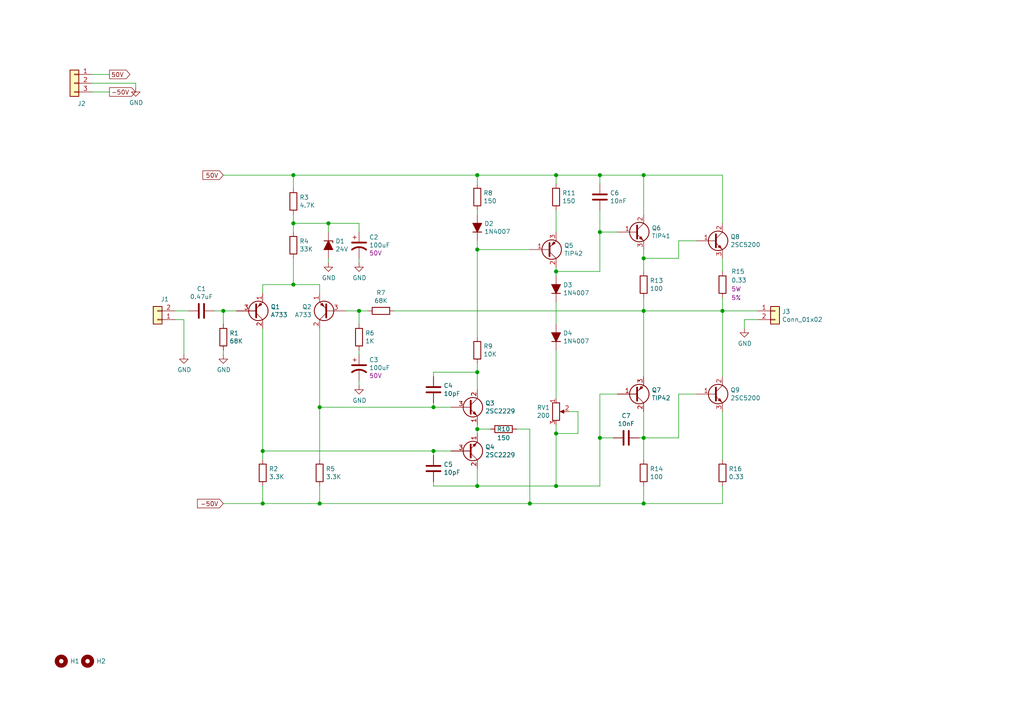
<source format=kicad_sch>
(kicad_sch (version 20210621) (generator eeschema)

  (uuid 2f9ccf17-f0ee-4852-a902-78eb592295c9)

  (paper "A4")

  (title_block
    (title "Amplificador Zener 100W")
    (date "2021-06-23")
    (rev "v1.1.0")
    (company "https://maykolrey.com")
  )

  (lib_symbols
    (symbol "Connector_Generic:Conn_01x02" (pin_names (offset 1.016) hide) (in_bom yes) (on_board yes)
      (property "Reference" "J" (id 0) (at 0 2.54 0)
        (effects (font (size 1.27 1.27)))
      )
      (property "Value" "Conn_01x02" (id 1) (at 0 -5.08 0)
        (effects (font (size 1.27 1.27)))
      )
      (property "Footprint" "" (id 2) (at 0 0 0)
        (effects (font (size 1.27 1.27)) hide)
      )
      (property "Datasheet" "~" (id 3) (at 0 0 0)
        (effects (font (size 1.27 1.27)) hide)
      )
      (property "ki_keywords" "connector" (id 4) (at 0 0 0)
        (effects (font (size 1.27 1.27)) hide)
      )
      (property "ki_description" "Generic connector, single row, 01x02, script generated (kicad-library-utils/schlib/autogen/connector/)" (id 5) (at 0 0 0)
        (effects (font (size 1.27 1.27)) hide)
      )
      (property "ki_fp_filters" "Connector*:*_1x??_*" (id 6) (at 0 0 0)
        (effects (font (size 1.27 1.27)) hide)
      )
      (symbol "Conn_01x02_1_1"
        (rectangle (start -1.27 -2.413) (end 0 -2.667)
          (stroke (width 0.1524) (type default) (color 0 0 0 0))
          (fill (type none))
        )
        (rectangle (start -1.27 0.127) (end 0 -0.127)
          (stroke (width 0.1524) (type default) (color 0 0 0 0))
          (fill (type none))
        )
        (rectangle (start -1.27 1.27) (end 1.27 -3.81)
          (stroke (width 0.254) (type default) (color 0 0 0 0))
          (fill (type background))
        )
        (pin passive line (at -5.08 0 0) (length 3.81)
          (name "Pin_1" (effects (font (size 1.27 1.27))))
          (number "1" (effects (font (size 1.27 1.27))))
        )
        (pin passive line (at -5.08 -2.54 0) (length 3.81)
          (name "Pin_2" (effects (font (size 1.27 1.27))))
          (number "2" (effects (font (size 1.27 1.27))))
        )
      )
    )
    (symbol "Connector_Generic:Conn_01x03" (pin_names (offset 1.016) hide) (in_bom yes) (on_board yes)
      (property "Reference" "J" (id 0) (at 0 5.08 0)
        (effects (font (size 1.27 1.27)))
      )
      (property "Value" "Conn_01x03" (id 1) (at 0 -5.08 0)
        (effects (font (size 1.27 1.27)))
      )
      (property "Footprint" "" (id 2) (at 0 0 0)
        (effects (font (size 1.27 1.27)) hide)
      )
      (property "Datasheet" "~" (id 3) (at 0 0 0)
        (effects (font (size 1.27 1.27)) hide)
      )
      (property "ki_keywords" "connector" (id 4) (at 0 0 0)
        (effects (font (size 1.27 1.27)) hide)
      )
      (property "ki_description" "Generic connector, single row, 01x03, script generated (kicad-library-utils/schlib/autogen/connector/)" (id 5) (at 0 0 0)
        (effects (font (size 1.27 1.27)) hide)
      )
      (property "ki_fp_filters" "Connector*:*_1x??_*" (id 6) (at 0 0 0)
        (effects (font (size 1.27 1.27)) hide)
      )
      (symbol "Conn_01x03_1_1"
        (rectangle (start -1.27 -2.413) (end 0 -2.667)
          (stroke (width 0.1524) (type default) (color 0 0 0 0))
          (fill (type none))
        )
        (rectangle (start -1.27 0.127) (end 0 -0.127)
          (stroke (width 0.1524) (type default) (color 0 0 0 0))
          (fill (type none))
        )
        (rectangle (start -1.27 2.667) (end 0 2.413)
          (stroke (width 0.1524) (type default) (color 0 0 0 0))
          (fill (type none))
        )
        (rectangle (start -1.27 3.81) (end 1.27 -3.81)
          (stroke (width 0.254) (type default) (color 0 0 0 0))
          (fill (type background))
        )
        (pin passive line (at -5.08 2.54 0) (length 3.81)
          (name "Pin_1" (effects (font (size 1.27 1.27))))
          (number "1" (effects (font (size 1.27 1.27))))
        )
        (pin passive line (at -5.08 0 0) (length 3.81)
          (name "Pin_2" (effects (font (size 1.27 1.27))))
          (number "2" (effects (font (size 1.27 1.27))))
        )
        (pin passive line (at -5.08 -2.54 0) (length 3.81)
          (name "Pin_3" (effects (font (size 1.27 1.27))))
          (number "3" (effects (font (size 1.27 1.27))))
        )
      )
    )
    (symbol "Device:C" (pin_numbers hide) (pin_names (offset 0.254)) (in_bom yes) (on_board yes)
      (property "Reference" "C" (id 0) (at 0.635 2.54 0)
        (effects (font (size 1.27 1.27)) (justify left))
      )
      (property "Value" "C" (id 1) (at 0.635 -2.54 0)
        (effects (font (size 1.27 1.27)) (justify left))
      )
      (property "Footprint" "" (id 2) (at 0.9652 -3.81 0)
        (effects (font (size 1.27 1.27)) hide)
      )
      (property "Datasheet" "~" (id 3) (at 0 0 0)
        (effects (font (size 1.27 1.27)) hide)
      )
      (property "ki_keywords" "cap capacitor" (id 4) (at 0 0 0)
        (effects (font (size 1.27 1.27)) hide)
      )
      (property "ki_description" "Unpolarized capacitor" (id 5) (at 0 0 0)
        (effects (font (size 1.27 1.27)) hide)
      )
      (property "ki_fp_filters" "C_*" (id 6) (at 0 0 0)
        (effects (font (size 1.27 1.27)) hide)
      )
      (symbol "C_0_1"
        (polyline
          (pts
            (xy -2.032 -0.762)
            (xy 2.032 -0.762)
          )
          (stroke (width 0.508) (type default) (color 0 0 0 0))
          (fill (type none))
        )
        (polyline
          (pts
            (xy -2.032 0.762)
            (xy 2.032 0.762)
          )
          (stroke (width 0.508) (type default) (color 0 0 0 0))
          (fill (type none))
        )
      )
      (symbol "C_1_1"
        (pin passive line (at 0 3.81 270) (length 2.794)
          (name "~" (effects (font (size 1.27 1.27))))
          (number "1" (effects (font (size 1.27 1.27))))
        )
        (pin passive line (at 0 -3.81 90) (length 2.794)
          (name "~" (effects (font (size 1.27 1.27))))
          (number "2" (effects (font (size 1.27 1.27))))
        )
      )
    )
    (symbol "Device:Q_NPN_BCE" (pin_names (offset 0) hide) (in_bom yes) (on_board yes)
      (property "Reference" "Q" (id 0) (at 5.08 1.27 0)
        (effects (font (size 1.27 1.27)) (justify left))
      )
      (property "Value" "Q_NPN_BCE" (id 1) (at 5.08 -1.27 0)
        (effects (font (size 1.27 1.27)) (justify left))
      )
      (property "Footprint" "" (id 2) (at 5.08 2.54 0)
        (effects (font (size 1.27 1.27)) hide)
      )
      (property "Datasheet" "~" (id 3) (at 0 0 0)
        (effects (font (size 1.27 1.27)) hide)
      )
      (property "ki_keywords" "transistor NPN" (id 4) (at 0 0 0)
        (effects (font (size 1.27 1.27)) hide)
      )
      (property "ki_description" "NPN transistor, base/collector/emitter" (id 5) (at 0 0 0)
        (effects (font (size 1.27 1.27)) hide)
      )
      (symbol "Q_NPN_BCE_0_1"
        (polyline
          (pts
            (xy 0.635 0.635)
            (xy 2.54 2.54)
          )
          (stroke (width 0) (type default) (color 0 0 0 0))
          (fill (type none))
        )
        (polyline
          (pts
            (xy 0.635 -0.635)
            (xy 2.54 -2.54)
            (xy 2.54 -2.54)
          )
          (stroke (width 0) (type default) (color 0 0 0 0))
          (fill (type none))
        )
        (polyline
          (pts
            (xy 0.635 1.905)
            (xy 0.635 -1.905)
            (xy 0.635 -1.905)
          )
          (stroke (width 0.508) (type default) (color 0 0 0 0))
          (fill (type none))
        )
        (polyline
          (pts
            (xy 1.27 -1.778)
            (xy 1.778 -1.27)
            (xy 2.286 -2.286)
            (xy 1.27 -1.778)
            (xy 1.27 -1.778)
          )
          (stroke (width 0) (type default) (color 0 0 0 0))
          (fill (type outline))
        )
        (circle (center 1.27 0) (radius 2.8194) (stroke (width 0.254))           (stroke (width 0.254) (type default) (color 0 0 0 0))
          (fill (type none))
        )
      )
      (symbol "Q_NPN_BCE_1_1"
        (pin input line (at -5.08 0 0) (length 5.715)
          (name "B" (effects (font (size 1.27 1.27))))
          (number "1" (effects (font (size 1.27 1.27))))
        )
        (pin passive line (at 2.54 5.08 270) (length 2.54)
          (name "C" (effects (font (size 1.27 1.27))))
          (number "2" (effects (font (size 1.27 1.27))))
        )
        (pin passive line (at 2.54 -5.08 90) (length 2.54)
          (name "E" (effects (font (size 1.27 1.27))))
          (number "3" (effects (font (size 1.27 1.27))))
        )
      )
    )
    (symbol "Device:Q_NPN_ECB" (pin_names (offset 0) hide) (in_bom yes) (on_board yes)
      (property "Reference" "Q" (id 0) (at 5.08 1.27 0)
        (effects (font (size 1.27 1.27)) (justify left))
      )
      (property "Value" "Q_NPN_ECB" (id 1) (at 5.08 -1.27 0)
        (effects (font (size 1.27 1.27)) (justify left))
      )
      (property "Footprint" "" (id 2) (at 5.08 2.54 0)
        (effects (font (size 1.27 1.27)) hide)
      )
      (property "Datasheet" "~" (id 3) (at 0 0 0)
        (effects (font (size 1.27 1.27)) hide)
      )
      (property "ki_keywords" "transistor NPN" (id 4) (at 0 0 0)
        (effects (font (size 1.27 1.27)) hide)
      )
      (property "ki_description" "NPN transistor, emitter/collector/base" (id 5) (at 0 0 0)
        (effects (font (size 1.27 1.27)) hide)
      )
      (symbol "Q_NPN_ECB_0_1"
        (polyline
          (pts
            (xy 0.635 0.635)
            (xy 2.54 2.54)
          )
          (stroke (width 0) (type default) (color 0 0 0 0))
          (fill (type none))
        )
        (polyline
          (pts
            (xy 0.635 -0.635)
            (xy 2.54 -2.54)
            (xy 2.54 -2.54)
          )
          (stroke (width 0) (type default) (color 0 0 0 0))
          (fill (type none))
        )
        (polyline
          (pts
            (xy 0.635 1.905)
            (xy 0.635 -1.905)
            (xy 0.635 -1.905)
          )
          (stroke (width 0.508) (type default) (color 0 0 0 0))
          (fill (type none))
        )
        (polyline
          (pts
            (xy 1.27 -1.778)
            (xy 1.778 -1.27)
            (xy 2.286 -2.286)
            (xy 1.27 -1.778)
            (xy 1.27 -1.778)
          )
          (stroke (width 0) (type default) (color 0 0 0 0))
          (fill (type outline))
        )
        (circle (center 1.27 0) (radius 2.8194) (stroke (width 0.254))           (stroke (width 0.254) (type default) (color 0 0 0 0))
          (fill (type none))
        )
      )
      (symbol "Q_NPN_ECB_1_1"
        (pin passive line (at 2.54 -5.08 90) (length 2.54)
          (name "E" (effects (font (size 1.27 1.27))))
          (number "1" (effects (font (size 1.27 1.27))))
        )
        (pin passive line (at 2.54 5.08 270) (length 2.54)
          (name "C" (effects (font (size 1.27 1.27))))
          (number "2" (effects (font (size 1.27 1.27))))
        )
        (pin passive line (at -5.08 0 0) (length 5.715)
          (name "B" (effects (font (size 1.27 1.27))))
          (number "3" (effects (font (size 1.27 1.27))))
        )
      )
    )
    (symbol "Device:Q_PNP_BCE" (pin_names (offset 0) hide) (in_bom yes) (on_board yes)
      (property "Reference" "Q" (id 0) (at 5.08 1.27 0)
        (effects (font (size 1.27 1.27)) (justify left))
      )
      (property "Value" "Q_PNP_BCE" (id 1) (at 5.08 -1.27 0)
        (effects (font (size 1.27 1.27)) (justify left))
      )
      (property "Footprint" "" (id 2) (at 5.08 2.54 0)
        (effects (font (size 1.27 1.27)) hide)
      )
      (property "Datasheet" "~" (id 3) (at 0 0 0)
        (effects (font (size 1.27 1.27)) hide)
      )
      (property "ki_keywords" "transistor PNP" (id 4) (at 0 0 0)
        (effects (font (size 1.27 1.27)) hide)
      )
      (property "ki_description" "PNP transistor, base/collector/emitter" (id 5) (at 0 0 0)
        (effects (font (size 1.27 1.27)) hide)
      )
      (symbol "Q_PNP_BCE_0_1"
        (polyline
          (pts
            (xy 0.635 0.635)
            (xy 2.54 2.54)
          )
          (stroke (width 0) (type default) (color 0 0 0 0))
          (fill (type none))
        )
        (polyline
          (pts
            (xy 0.635 -0.635)
            (xy 2.54 -2.54)
            (xy 2.54 -2.54)
          )
          (stroke (width 0) (type default) (color 0 0 0 0))
          (fill (type none))
        )
        (polyline
          (pts
            (xy 0.635 1.905)
            (xy 0.635 -1.905)
            (xy 0.635 -1.905)
          )
          (stroke (width 0.508) (type default) (color 0 0 0 0))
          (fill (type none))
        )
        (polyline
          (pts
            (xy 2.286 -1.778)
            (xy 1.778 -2.286)
            (xy 1.27 -1.27)
            (xy 2.286 -1.778)
            (xy 2.286 -1.778)
          )
          (stroke (width 0) (type default) (color 0 0 0 0))
          (fill (type outline))
        )
        (circle (center 1.27 0) (radius 2.8194) (stroke (width 0.254))           (stroke (width 0.254) (type default) (color 0 0 0 0))
          (fill (type none))
        )
      )
      (symbol "Q_PNP_BCE_1_1"
        (pin input line (at -5.08 0 0) (length 5.715)
          (name "B" (effects (font (size 1.27 1.27))))
          (number "1" (effects (font (size 1.27 1.27))))
        )
        (pin passive line (at 2.54 5.08 270) (length 2.54)
          (name "C" (effects (font (size 1.27 1.27))))
          (number "2" (effects (font (size 1.27 1.27))))
        )
        (pin passive line (at 2.54 -5.08 90) (length 2.54)
          (name "E" (effects (font (size 1.27 1.27))))
          (number "3" (effects (font (size 1.27 1.27))))
        )
      )
    )
    (symbol "Device:Q_PNP_ECB" (pin_names (offset 0) hide) (in_bom yes) (on_board yes)
      (property "Reference" "Q" (id 0) (at 5.08 1.27 0)
        (effects (font (size 1.27 1.27)) (justify left))
      )
      (property "Value" "Q_PNP_ECB" (id 1) (at 5.08 -1.27 0)
        (effects (font (size 1.27 1.27)) (justify left))
      )
      (property "Footprint" "" (id 2) (at 5.08 2.54 0)
        (effects (font (size 1.27 1.27)) hide)
      )
      (property "Datasheet" "~" (id 3) (at 0 0 0)
        (effects (font (size 1.27 1.27)) hide)
      )
      (property "ki_keywords" "transistor PNP" (id 4) (at 0 0 0)
        (effects (font (size 1.27 1.27)) hide)
      )
      (property "ki_description" "PNP transistor, emitter/collector/base" (id 5) (at 0 0 0)
        (effects (font (size 1.27 1.27)) hide)
      )
      (symbol "Q_PNP_ECB_0_1"
        (polyline
          (pts
            (xy 0.635 0.635)
            (xy 2.54 2.54)
          )
          (stroke (width 0) (type default) (color 0 0 0 0))
          (fill (type none))
        )
        (polyline
          (pts
            (xy 0.635 -0.635)
            (xy 2.54 -2.54)
            (xy 2.54 -2.54)
          )
          (stroke (width 0) (type default) (color 0 0 0 0))
          (fill (type none))
        )
        (polyline
          (pts
            (xy 0.635 1.905)
            (xy 0.635 -1.905)
            (xy 0.635 -1.905)
          )
          (stroke (width 0.508) (type default) (color 0 0 0 0))
          (fill (type none))
        )
        (polyline
          (pts
            (xy 2.286 -1.778)
            (xy 1.778 -2.286)
            (xy 1.27 -1.27)
            (xy 2.286 -1.778)
            (xy 2.286 -1.778)
          )
          (stroke (width 0) (type default) (color 0 0 0 0))
          (fill (type outline))
        )
        (circle (center 1.27 0) (radius 2.8194) (stroke (width 0.254))           (stroke (width 0.254) (type default) (color 0 0 0 0))
          (fill (type none))
        )
      )
      (symbol "Q_PNP_ECB_1_1"
        (pin passive line (at 2.54 -5.08 90) (length 2.54)
          (name "E" (effects (font (size 1.27 1.27))))
          (number "1" (effects (font (size 1.27 1.27))))
        )
        (pin passive line (at 2.54 5.08 270) (length 2.54)
          (name "C" (effects (font (size 1.27 1.27))))
          (number "2" (effects (font (size 1.27 1.27))))
        )
        (pin input line (at -5.08 0 0) (length 5.715)
          (name "B" (effects (font (size 1.27 1.27))))
          (number "3" (effects (font (size 1.27 1.27))))
        )
      )
    )
    (symbol "Device:R" (pin_numbers hide) (pin_names (offset 0)) (in_bom yes) (on_board yes)
      (property "Reference" "R" (id 0) (at 2.032 0 90)
        (effects (font (size 1.27 1.27)))
      )
      (property "Value" "R" (id 1) (at 0 0 90)
        (effects (font (size 1.27 1.27)))
      )
      (property "Footprint" "" (id 2) (at -1.778 0 90)
        (effects (font (size 1.27 1.27)) hide)
      )
      (property "Datasheet" "~" (id 3) (at 0 0 0)
        (effects (font (size 1.27 1.27)) hide)
      )
      (property "ki_keywords" "R res resistor" (id 4) (at 0 0 0)
        (effects (font (size 1.27 1.27)) hide)
      )
      (property "ki_description" "Resistor" (id 5) (at 0 0 0)
        (effects (font (size 1.27 1.27)) hide)
      )
      (property "ki_fp_filters" "R_*" (id 6) (at 0 0 0)
        (effects (font (size 1.27 1.27)) hide)
      )
      (symbol "R_0_1"
        (rectangle (start -1.016 -2.54) (end 1.016 2.54)
          (stroke (width 0.254) (type default) (color 0 0 0 0))
          (fill (type none))
        )
      )
      (symbol "R_1_1"
        (pin passive line (at 0 3.81 270) (length 1.27)
          (name "~" (effects (font (size 1.27 1.27))))
          (number "1" (effects (font (size 1.27 1.27))))
        )
        (pin passive line (at 0 -3.81 90) (length 1.27)
          (name "~" (effects (font (size 1.27 1.27))))
          (number "2" (effects (font (size 1.27 1.27))))
        )
      )
    )
    (symbol "Device:R_Potentiometer" (pin_names (offset 1.016) hide) (in_bom yes) (on_board yes)
      (property "Reference" "RV" (id 0) (at -4.445 0 90)
        (effects (font (size 1.27 1.27)))
      )
      (property "Value" "R_Potentiometer" (id 1) (at -2.54 0 90)
        (effects (font (size 1.27 1.27)))
      )
      (property "Footprint" "" (id 2) (at 0 0 0)
        (effects (font (size 1.27 1.27)) hide)
      )
      (property "Datasheet" "~" (id 3) (at 0 0 0)
        (effects (font (size 1.27 1.27)) hide)
      )
      (property "ki_keywords" "resistor variable" (id 4) (at 0 0 0)
        (effects (font (size 1.27 1.27)) hide)
      )
      (property "ki_description" "Potentiometer" (id 5) (at 0 0 0)
        (effects (font (size 1.27 1.27)) hide)
      )
      (property "ki_fp_filters" "Potentiometer*" (id 6) (at 0 0 0)
        (effects (font (size 1.27 1.27)) hide)
      )
      (symbol "R_Potentiometer_0_1"
        (polyline
          (pts
            (xy 2.54 0)
            (xy 1.524 0)
          )
          (stroke (width 0) (type default) (color 0 0 0 0))
          (fill (type none))
        )
        (polyline
          (pts
            (xy 1.143 0)
            (xy 2.286 0.508)
            (xy 2.286 -0.508)
            (xy 1.143 0)
          )
          (stroke (width 0) (type default) (color 0 0 0 0))
          (fill (type outline))
        )
        (rectangle (start 1.016 2.54) (end -1.016 -2.54)
          (stroke (width 0.254) (type default) (color 0 0 0 0))
          (fill (type none))
        )
      )
      (symbol "R_Potentiometer_1_1"
        (pin passive line (at 0 3.81 270) (length 1.27)
          (name "1" (effects (font (size 1.27 1.27))))
          (number "1" (effects (font (size 1.27 1.27))))
        )
        (pin passive line (at 3.81 0 180) (length 1.27)
          (name "2" (effects (font (size 1.27 1.27))))
          (number "2" (effects (font (size 1.27 1.27))))
        )
        (pin passive line (at 0 -3.81 90) (length 1.27)
          (name "3" (effects (font (size 1.27 1.27))))
          (number "3" (effects (font (size 1.27 1.27))))
        )
      )
    )
    (symbol "Mechanical:MountingHole" (pin_names (offset 1.016)) (in_bom yes) (on_board yes)
      (property "Reference" "H" (id 0) (at 0 5.08 0)
        (effects (font (size 1.27 1.27)))
      )
      (property "Value" "MountingHole" (id 1) (at 0 3.175 0)
        (effects (font (size 1.27 1.27)))
      )
      (property "Footprint" "" (id 2) (at 0 0 0)
        (effects (font (size 1.27 1.27)) hide)
      )
      (property "Datasheet" "~" (id 3) (at 0 0 0)
        (effects (font (size 1.27 1.27)) hide)
      )
      (property "ki_keywords" "mounting hole" (id 4) (at 0 0 0)
        (effects (font (size 1.27 1.27)) hide)
      )
      (property "ki_description" "Mounting Hole without connection" (id 5) (at 0 0 0)
        (effects (font (size 1.27 1.27)) hide)
      )
      (property "ki_fp_filters" "MountingHole*" (id 6) (at 0 0 0)
        (effects (font (size 1.27 1.27)) hide)
      )
      (symbol "MountingHole_0_1"
        (circle (center 0 0) (radius 1.27) (stroke (width 1.27))           (stroke (width 1.27) (type default) (color 0 0 0 0))
          (fill (type none))
        )
      )
    )
    (symbol "amplificador_200w-rescue:CP1-Device" (pin_numbers hide) (pin_names (offset 0.254) hide) (in_bom yes) (on_board yes)
      (property "Reference" "C" (id 0) (at 0.635 2.54 0)
        (effects (font (size 1.27 1.27)) (justify left))
      )
      (property "Value" "CP1-Device" (id 1) (at 0.635 -2.54 0)
        (effects (font (size 1.27 1.27)) (justify left))
      )
      (property "Footprint" "" (id 2) (at 0 0 0)
        (effects (font (size 1.27 1.27)) hide)
      )
      (property "Datasheet" "" (id 3) (at 0 0 0)
        (effects (font (size 1.27 1.27)) hide)
      )
      (property "ki_fp_filters" "CP_*" (id 4) (at 0 0 0)
        (effects (font (size 1.27 1.27)) hide)
      )
      (symbol "CP1-Device_0_1"
        (polyline
          (pts
            (xy -2.032 0.762)
            (xy 2.032 0.762)
          )
          (stroke (width 0.508) (type default) (color 0 0 0 0))
          (fill (type none))
        )
        (polyline
          (pts
            (xy -1.778 2.286)
            (xy -0.762 2.286)
          )
          (stroke (width 0) (type default) (color 0 0 0 0))
          (fill (type none))
        )
        (polyline
          (pts
            (xy -1.27 1.778)
            (xy -1.27 2.794)
          )
          (stroke (width 0) (type default) (color 0 0 0 0))
          (fill (type none))
        )
        (arc (start 2.032 -1.27) (mid 0 -0.5572) (end -2.032 -1.27)
          (stroke (width 0.508) (type default) (color 0 0 0 0))
          (fill (type none))
        )
      )
      (symbol "CP1-Device_1_1"
        (pin passive line (at 0 3.81 270) (length 2.794)
          (name "~" (effects (font (size 1.27 1.27))))
          (number "1" (effects (font (size 1.27 1.27))))
        )
        (pin passive line (at 0 -3.81 90) (length 3.302)
          (name "~" (effects (font (size 1.27 1.27))))
          (number "2" (effects (font (size 1.27 1.27))))
        )
      )
    )
    (symbol "amplificador_200w-rescue:D_ALT-Device" (pin_numbers hide) (pin_names (offset 1.016) hide) (in_bom yes) (on_board yes)
      (property "Reference" "D" (id 0) (at 0 2.54 0)
        (effects (font (size 1.27 1.27)))
      )
      (property "Value" "D_ALT-Device" (id 1) (at 0 -2.54 0)
        (effects (font (size 1.27 1.27)))
      )
      (property "Footprint" "" (id 2) (at 0 0 0)
        (effects (font (size 1.27 1.27)) hide)
      )
      (property "Datasheet" "" (id 3) (at 0 0 0)
        (effects (font (size 1.27 1.27)) hide)
      )
      (property "ki_fp_filters" "TO-???* *_Diode_* *SingleDiode* D_*" (id 4) (at 0 0 0)
        (effects (font (size 1.27 1.27)) hide)
      )
      (symbol "D_ALT-Device_0_1"
        (polyline
          (pts
            (xy -1.27 1.27)
            (xy -1.27 -1.27)
          )
          (stroke (width 0.254) (type default) (color 0 0 0 0))
          (fill (type none))
        )
        (polyline
          (pts
            (xy 1.27 0)
            (xy -1.27 0)
          )
          (stroke (width 0) (type default) (color 0 0 0 0))
          (fill (type none))
        )
        (polyline
          (pts
            (xy 1.27 1.27)
            (xy 1.27 -1.27)
            (xy -1.27 0)
            (xy 1.27 1.27)
          )
          (stroke (width 0.254) (type default) (color 0 0 0 0))
          (fill (type outline))
        )
      )
      (symbol "D_ALT-Device_1_1"
        (pin passive line (at -3.81 0 0) (length 2.54)
          (name "K" (effects (font (size 1.27 1.27))))
          (number "1" (effects (font (size 1.27 1.27))))
        )
        (pin passive line (at 3.81 0 180) (length 2.54)
          (name "A" (effects (font (size 1.27 1.27))))
          (number "2" (effects (font (size 1.27 1.27))))
        )
      )
    )
    (symbol "amplificador_200w-rescue:D_Zener_ALT-Device" (pin_numbers hide) (pin_names (offset 1.016) hide) (in_bom yes) (on_board yes)
      (property "Reference" "D" (id 0) (at 0 2.54 0)
        (effects (font (size 1.27 1.27)))
      )
      (property "Value" "D_Zener_ALT-Device" (id 1) (at 0 -2.54 0)
        (effects (font (size 1.27 1.27)))
      )
      (property "Footprint" "" (id 2) (at 0 0 0)
        (effects (font (size 1.27 1.27)) hide)
      )
      (property "Datasheet" "" (id 3) (at 0 0 0)
        (effects (font (size 1.27 1.27)) hide)
      )
      (property "ki_fp_filters" "TO-???* *_Diode_* *SingleDiode* D_*" (id 4) (at 0 0 0)
        (effects (font (size 1.27 1.27)) hide)
      )
      (symbol "D_Zener_ALT-Device_0_1"
        (polyline
          (pts
            (xy 1.27 0)
            (xy -1.27 0)
          )
          (stroke (width 0) (type default) (color 0 0 0 0))
          (fill (type none))
        )
        (polyline
          (pts
            (xy -1.27 -1.27)
            (xy -1.27 1.27)
            (xy -0.762 1.27)
          )
          (stroke (width 0.254) (type default) (color 0 0 0 0))
          (fill (type none))
        )
        (polyline
          (pts
            (xy 1.27 -1.27)
            (xy 1.27 1.27)
            (xy -1.27 0)
            (xy 1.27 -1.27)
          )
          (stroke (width 0.254) (type default) (color 0 0 0 0))
          (fill (type outline))
        )
      )
      (symbol "D_Zener_ALT-Device_1_1"
        (pin passive line (at -3.81 0 0) (length 2.54)
          (name "K" (effects (font (size 1.27 1.27))))
          (number "1" (effects (font (size 1.27 1.27))))
        )
        (pin passive line (at 3.81 0 180) (length 2.54)
          (name "A" (effects (font (size 1.27 1.27))))
          (number "2" (effects (font (size 1.27 1.27))))
        )
      )
    )
    (symbol "power:GND" (power) (pin_names (offset 0)) (in_bom yes) (on_board yes)
      (property "Reference" "#PWR" (id 0) (at 0 -6.35 0)
        (effects (font (size 1.27 1.27)) hide)
      )
      (property "Value" "GND" (id 1) (at 0 -3.81 0)
        (effects (font (size 1.27 1.27)))
      )
      (property "Footprint" "" (id 2) (at 0 0 0)
        (effects (font (size 1.27 1.27)) hide)
      )
      (property "Datasheet" "" (id 3) (at 0 0 0)
        (effects (font (size 1.27 1.27)) hide)
      )
      (property "ki_keywords" "power-flag" (id 4) (at 0 0 0)
        (effects (font (size 1.27 1.27)) hide)
      )
      (property "ki_description" "Power symbol creates a global label with name \"GND\" , ground" (id 5) (at 0 0 0)
        (effects (font (size 1.27 1.27)) hide)
      )
      (symbol "GND_0_1"
        (polyline
          (pts
            (xy 0 0)
            (xy 0 -1.27)
            (xy 1.27 -1.27)
            (xy 0 -2.54)
            (xy -1.27 -1.27)
            (xy 0 -1.27)
          )
          (stroke (width 0) (type default) (color 0 0 0 0))
          (fill (type none))
        )
      )
      (symbol "GND_1_1"
        (pin power_in line (at 0 0 270) (length 0) hide
          (name "GND" (effects (font (size 1.27 1.27))))
          (number "1" (effects (font (size 1.27 1.27))))
        )
      )
    )
  )

  (junction (at 64.77 90.17) (diameter 1.016) (color 0 0 0 0))
  (junction (at 76.2 130.81) (diameter 1.016) (color 0 0 0 0))
  (junction (at 76.2 146.05) (diameter 1.016) (color 0 0 0 0))
  (junction (at 85.09 50.8) (diameter 1.016) (color 0 0 0 0))
  (junction (at 85.09 64.77) (diameter 1.016) (color 0 0 0 0))
  (junction (at 85.09 82.55) (diameter 1.016) (color 0 0 0 0))
  (junction (at 92.71 118.11) (diameter 1.016) (color 0 0 0 0))
  (junction (at 92.71 146.05) (diameter 1.016) (color 0 0 0 0))
  (junction (at 95.25 64.77) (diameter 1.016) (color 0 0 0 0))
  (junction (at 104.14 90.17) (diameter 1.016) (color 0 0 0 0))
  (junction (at 125.73 118.11) (diameter 1.016) (color 0 0 0 0))
  (junction (at 125.73 130.81) (diameter 1.016) (color 0 0 0 0))
  (junction (at 138.43 50.8) (diameter 1.016) (color 0 0 0 0))
  (junction (at 138.43 72.39) (diameter 1.016) (color 0 0 0 0))
  (junction (at 138.43 107.95) (diameter 1.016) (color 0 0 0 0))
  (junction (at 138.43 124.46) (diameter 1.016) (color 0 0 0 0))
  (junction (at 138.43 140.97) (diameter 1.016) (color 0 0 0 0))
  (junction (at 153.67 146.05) (diameter 1.016) (color 0 0 0 0))
  (junction (at 161.29 50.8) (diameter 1.016) (color 0 0 0 0))
  (junction (at 161.29 78.74) (diameter 1.016) (color 0 0 0 0))
  (junction (at 161.29 125.73) (diameter 1.016) (color 0 0 0 0))
  (junction (at 161.29 140.97) (diameter 1.016) (color 0 0 0 0))
  (junction (at 173.99 50.8) (diameter 1.016) (color 0 0 0 0))
  (junction (at 173.99 67.31) (diameter 1.016) (color 0 0 0 0))
  (junction (at 173.99 127) (diameter 1.016) (color 0 0 0 0))
  (junction (at 186.69 50.8) (diameter 1.016) (color 0 0 0 0))
  (junction (at 186.69 74.93) (diameter 1.016) (color 0 0 0 0))
  (junction (at 186.69 90.17) (diameter 1.016) (color 0 0 0 0))
  (junction (at 186.69 127) (diameter 1.016) (color 0 0 0 0))
  (junction (at 186.69 146.05) (diameter 1.016) (color 0 0 0 0))
  (junction (at 209.55 90.17) (diameter 1.016) (color 0 0 0 0))

  (wire (pts (xy 31.75 21.59) (xy 26.67 21.59))
    (stroke (width 0) (type solid) (color 0 0 0 0))
    (uuid 49ec9f55-cc49-49bf-b2e9-13e6fd8647a3)
  )
  (wire (pts (xy 31.75 26.67) (xy 26.67 26.67))
    (stroke (width 0) (type solid) (color 0 0 0 0))
    (uuid 286ca6bf-d33b-4f91-bca9-971b78942b04)
  )
  (wire (pts (xy 39.37 24.13) (xy 26.67 24.13))
    (stroke (width 0) (type solid) (color 0 0 0 0))
    (uuid f7ad5170-78ba-431c-8454-39b79297fda8)
  )
  (wire (pts (xy 39.37 25.4) (xy 39.37 24.13))
    (stroke (width 0) (type solid) (color 0 0 0 0))
    (uuid ca07317c-48c2-4656-bfea-d97667092277)
  )
  (wire (pts (xy 50.8 90.17) (xy 54.61 90.17))
    (stroke (width 0) (type solid) (color 0 0 0 0))
    (uuid cd72b314-bc20-4982-8135-0b3ed8551b66)
  )
  (wire (pts (xy 53.34 92.71) (xy 50.8 92.71))
    (stroke (width 0) (type solid) (color 0 0 0 0))
    (uuid 4eea6f21-427b-4abd-942a-8d63741a9fc2)
  )
  (wire (pts (xy 53.34 102.87) (xy 53.34 92.71))
    (stroke (width 0) (type solid) (color 0 0 0 0))
    (uuid 21928a93-589e-4edb-a6aa-c6c4e950b0cd)
  )
  (wire (pts (xy 62.23 90.17) (xy 64.77 90.17))
    (stroke (width 0) (type solid) (color 0 0 0 0))
    (uuid 4e72fb38-afcf-499b-9c5a-9f5d3da83de9)
  )
  (wire (pts (xy 64.77 50.8) (xy 85.09 50.8))
    (stroke (width 0) (type solid) (color 0 0 0 0))
    (uuid b90ed25b-faa6-4b37-9300-08cd5bc88be9)
  )
  (wire (pts (xy 64.77 90.17) (xy 68.58 90.17))
    (stroke (width 0) (type solid) (color 0 0 0 0))
    (uuid 83f43710-950d-4ca8-b7fc-cd1b63fe2981)
  )
  (wire (pts (xy 64.77 93.98) (xy 64.77 90.17))
    (stroke (width 0) (type solid) (color 0 0 0 0))
    (uuid 607ba688-1101-4dab-bed8-dfc7af47458d)
  )
  (wire (pts (xy 64.77 102.87) (xy 64.77 101.6))
    (stroke (width 0) (type solid) (color 0 0 0 0))
    (uuid 6d2b6973-3cea-4532-90a4-0f4a78e0249d)
  )
  (wire (pts (xy 64.77 146.05) (xy 76.2 146.05))
    (stroke (width 0) (type solid) (color 0 0 0 0))
    (uuid dc25f915-5e6b-4e30-88ca-3f7f0e5746e4)
  )
  (wire (pts (xy 76.2 82.55) (xy 76.2 85.09))
    (stroke (width 0) (type solid) (color 0 0 0 0))
    (uuid 8d155ce3-d72c-4852-b529-3ee0fe2f9b9f)
  )
  (wire (pts (xy 76.2 130.81) (xy 76.2 95.25))
    (stroke (width 0) (type solid) (color 0 0 0 0))
    (uuid 46e05445-1698-4577-b42f-36689df4807a)
  )
  (wire (pts (xy 76.2 133.35) (xy 76.2 130.81))
    (stroke (width 0) (type solid) (color 0 0 0 0))
    (uuid 833d4ff4-c021-41e5-92b8-b3774cf0601f)
  )
  (wire (pts (xy 76.2 140.97) (xy 76.2 146.05))
    (stroke (width 0) (type solid) (color 0 0 0 0))
    (uuid 510517c5-bd42-40d7-b80e-e80246a8abbf)
  )
  (wire (pts (xy 76.2 146.05) (xy 92.71 146.05))
    (stroke (width 0) (type solid) (color 0 0 0 0))
    (uuid 4c0680bb-f77c-4f7e-a81a-bbc1ffe1ee58)
  )
  (wire (pts (xy 85.09 50.8) (xy 85.09 54.61))
    (stroke (width 0) (type solid) (color 0 0 0 0))
    (uuid 7e498860-77a3-4a3a-9a6b-8eb401835898)
  )
  (wire (pts (xy 85.09 62.23) (xy 85.09 64.77))
    (stroke (width 0) (type solid) (color 0 0 0 0))
    (uuid 1ea98438-c95e-4dcf-be84-c04cfe56c395)
  )
  (wire (pts (xy 85.09 64.77) (xy 85.09 67.31))
    (stroke (width 0) (type solid) (color 0 0 0 0))
    (uuid 29254ea1-b960-4da3-b165-6e960f2ec389)
  )
  (wire (pts (xy 85.09 74.93) (xy 85.09 82.55))
    (stroke (width 0) (type solid) (color 0 0 0 0))
    (uuid d6d4c822-35f9-494c-978e-3dc8ba15aa0a)
  )
  (wire (pts (xy 85.09 82.55) (xy 76.2 82.55))
    (stroke (width 0) (type solid) (color 0 0 0 0))
    (uuid 73edcb72-9a24-4df7-a771-6323d8948e05)
  )
  (wire (pts (xy 92.71 82.55) (xy 85.09 82.55))
    (stroke (width 0) (type solid) (color 0 0 0 0))
    (uuid f6328d7d-d8c5-4b0f-bc9f-8534035d15ca)
  )
  (wire (pts (xy 92.71 85.09) (xy 92.71 82.55))
    (stroke (width 0) (type solid) (color 0 0 0 0))
    (uuid 4f755605-80f8-45e6-81cb-d7aeef169206)
  )
  (wire (pts (xy 92.71 95.25) (xy 92.71 118.11))
    (stroke (width 0) (type solid) (color 0 0 0 0))
    (uuid 4857e04b-3c00-4b1c-809e-07f45c04e2e0)
  )
  (wire (pts (xy 92.71 118.11) (xy 92.71 133.35))
    (stroke (width 0) (type solid) (color 0 0 0 0))
    (uuid a3ed0b3e-244b-41fe-bb9f-09df405c111b)
  )
  (wire (pts (xy 92.71 146.05) (xy 92.71 140.97))
    (stroke (width 0) (type solid) (color 0 0 0 0))
    (uuid 6161d58b-8a33-4270-a0dc-b25081641e15)
  )
  (wire (pts (xy 92.71 146.05) (xy 153.67 146.05))
    (stroke (width 0) (type solid) (color 0 0 0 0))
    (uuid b186e53e-7fd9-4972-9250-5f987966a8aa)
  )
  (wire (pts (xy 95.25 64.77) (xy 85.09 64.77))
    (stroke (width 0) (type solid) (color 0 0 0 0))
    (uuid 6e9fb759-069c-4655-be57-723e291d582b)
  )
  (wire (pts (xy 95.25 67.31) (xy 95.25 64.77))
    (stroke (width 0) (type solid) (color 0 0 0 0))
    (uuid 0ea7e289-32f4-4c61-b194-1191354510e5)
  )
  (wire (pts (xy 95.25 76.2) (xy 95.25 74.93))
    (stroke (width 0) (type solid) (color 0 0 0 0))
    (uuid 1e2698ad-c7ea-4ca4-828e-71574f9b1534)
  )
  (wire (pts (xy 104.14 64.77) (xy 95.25 64.77))
    (stroke (width 0) (type solid) (color 0 0 0 0))
    (uuid bfaabef2-0913-4f6e-921d-f900fbe50768)
  )
  (wire (pts (xy 104.14 67.31) (xy 104.14 64.77))
    (stroke (width 0) (type solid) (color 0 0 0 0))
    (uuid 1f5b23cd-9398-4035-b4c7-99b952b0f973)
  )
  (wire (pts (xy 104.14 76.2) (xy 104.14 74.93))
    (stroke (width 0) (type solid) (color 0 0 0 0))
    (uuid a54a3fe8-47d1-423a-8bfc-cde9b8de6461)
  )
  (wire (pts (xy 104.14 90.17) (xy 100.33 90.17))
    (stroke (width 0) (type solid) (color 0 0 0 0))
    (uuid 5bc872c7-40cd-409f-8bb6-f3720340d0fb)
  )
  (wire (pts (xy 104.14 93.98) (xy 104.14 90.17))
    (stroke (width 0) (type solid) (color 0 0 0 0))
    (uuid f7b23d81-36e9-4072-bd1d-bd76d2a32554)
  )
  (wire (pts (xy 104.14 102.87) (xy 104.14 101.6))
    (stroke (width 0) (type solid) (color 0 0 0 0))
    (uuid fba51428-254f-4c11-8af2-b2ebc7cf5666)
  )
  (wire (pts (xy 104.14 111.76) (xy 104.14 110.49))
    (stroke (width 0) (type solid) (color 0 0 0 0))
    (uuid a121e342-f310-4110-a90d-a47289ed9418)
  )
  (wire (pts (xy 106.68 90.17) (xy 104.14 90.17))
    (stroke (width 0) (type solid) (color 0 0 0 0))
    (uuid e4a778b4-fb46-4df5-9292-65006eda48ec)
  )
  (wire (pts (xy 114.3 90.17) (xy 186.69 90.17))
    (stroke (width 0) (type solid) (color 0 0 0 0))
    (uuid 5787ddeb-a641-42a6-adde-2674d53ac2ef)
  )
  (wire (pts (xy 125.73 107.95) (xy 125.73 109.22))
    (stroke (width 0) (type solid) (color 0 0 0 0))
    (uuid dd93186a-6442-4d12-a111-c64af3e21d8b)
  )
  (wire (pts (xy 125.73 116.84) (xy 125.73 118.11))
    (stroke (width 0) (type solid) (color 0 0 0 0))
    (uuid 8415b88e-016f-41bf-b761-2bcf171ba176)
  )
  (wire (pts (xy 125.73 118.11) (xy 92.71 118.11))
    (stroke (width 0) (type solid) (color 0 0 0 0))
    (uuid 67b3fcc2-5d96-4527-84fe-ed2643c7859e)
  )
  (wire (pts (xy 125.73 130.81) (xy 76.2 130.81))
    (stroke (width 0) (type solid) (color 0 0 0 0))
    (uuid ffe9a5a1-7386-46ea-89f3-db65cd45c90a)
  )
  (wire (pts (xy 125.73 132.08) (xy 125.73 130.81))
    (stroke (width 0) (type solid) (color 0 0 0 0))
    (uuid b51d9851-5270-4307-837e-49ff3e39355f)
  )
  (wire (pts (xy 125.73 139.7) (xy 125.73 140.97))
    (stroke (width 0) (type solid) (color 0 0 0 0))
    (uuid 143319a7-2eb3-4bdb-9d3f-e0042dc98548)
  )
  (wire (pts (xy 125.73 140.97) (xy 138.43 140.97))
    (stroke (width 0) (type solid) (color 0 0 0 0))
    (uuid a6130a17-2e26-4288-8458-1e63b72254b1)
  )
  (wire (pts (xy 130.81 118.11) (xy 125.73 118.11))
    (stroke (width 0) (type solid) (color 0 0 0 0))
    (uuid 47a462e6-9204-42e4-b463-06d863774d76)
  )
  (wire (pts (xy 130.81 130.81) (xy 125.73 130.81))
    (stroke (width 0) (type solid) (color 0 0 0 0))
    (uuid 256efe6b-bb23-45b3-b3e3-9344ed28243b)
  )
  (wire (pts (xy 138.43 50.8) (xy 85.09 50.8))
    (stroke (width 0) (type solid) (color 0 0 0 0))
    (uuid 346ad66e-3aea-4c92-9861-fa7da5c132a3)
  )
  (wire (pts (xy 138.43 53.34) (xy 138.43 50.8))
    (stroke (width 0) (type solid) (color 0 0 0 0))
    (uuid 8d33edc2-4e0d-4f57-b365-a587a891e23e)
  )
  (wire (pts (xy 138.43 60.96) (xy 138.43 62.23))
    (stroke (width 0) (type solid) (color 0 0 0 0))
    (uuid a75c6033-f4d7-4f5a-bc7c-6ce29dbf963d)
  )
  (wire (pts (xy 138.43 69.85) (xy 138.43 72.39))
    (stroke (width 0) (type solid) (color 0 0 0 0))
    (uuid fe10869c-dcad-46d6-9367-3b8affa5e98f)
  )
  (wire (pts (xy 138.43 72.39) (xy 138.43 97.79))
    (stroke (width 0) (type solid) (color 0 0 0 0))
    (uuid 22534e3b-348f-496d-86fb-63e3a89aa326)
  )
  (wire (pts (xy 138.43 105.41) (xy 138.43 107.95))
    (stroke (width 0) (type solid) (color 0 0 0 0))
    (uuid e5d3a6e5-d7e5-4b4f-85bf-61472249567c)
  )
  (wire (pts (xy 138.43 107.95) (xy 125.73 107.95))
    (stroke (width 0) (type solid) (color 0 0 0 0))
    (uuid acacdada-3805-4e8b-9990-68ec9bcdeba6)
  )
  (wire (pts (xy 138.43 113.03) (xy 138.43 107.95))
    (stroke (width 0) (type solid) (color 0 0 0 0))
    (uuid 9df29f53-9a64-4750-b037-6383793263f9)
  )
  (wire (pts (xy 138.43 123.19) (xy 138.43 124.46))
    (stroke (width 0) (type solid) (color 0 0 0 0))
    (uuid ffb2cf25-ffca-4e36-ae20-5585660cb20e)
  )
  (wire (pts (xy 138.43 124.46) (xy 138.43 125.73))
    (stroke (width 0) (type solid) (color 0 0 0 0))
    (uuid 3658f8a6-a4d5-4408-9f5a-e6e02f4fbf02)
  )
  (wire (pts (xy 138.43 140.97) (xy 138.43 135.89))
    (stroke (width 0) (type solid) (color 0 0 0 0))
    (uuid 947e3f4d-2e55-43f0-ad69-444f5051d541)
  )
  (wire (pts (xy 142.24 124.46) (xy 138.43 124.46))
    (stroke (width 0) (type solid) (color 0 0 0 0))
    (uuid 34563e26-1c14-4ee6-8a7b-6e93fa847cc7)
  )
  (wire (pts (xy 149.86 124.46) (xy 153.67 124.46))
    (stroke (width 0) (type solid) (color 0 0 0 0))
    (uuid 65cbe881-2cb6-4cc7-be24-ec95403c6587)
  )
  (wire (pts (xy 153.67 72.39) (xy 138.43 72.39))
    (stroke (width 0) (type solid) (color 0 0 0 0))
    (uuid add74cb3-6935-4af0-94fe-9c9451cf035f)
  )
  (wire (pts (xy 153.67 124.46) (xy 153.67 146.05))
    (stroke (width 0) (type solid) (color 0 0 0 0))
    (uuid 3f8ee0bb-ad3a-4765-a1ef-d5a73976cec1)
  )
  (wire (pts (xy 161.29 50.8) (xy 138.43 50.8))
    (stroke (width 0) (type solid) (color 0 0 0 0))
    (uuid b4fe49f2-403e-4520-9f56-9eb9974f37ba)
  )
  (wire (pts (xy 161.29 53.34) (xy 161.29 50.8))
    (stroke (width 0) (type solid) (color 0 0 0 0))
    (uuid 431a925a-c66e-4cd0-b7ea-76dff45cffd9)
  )
  (wire (pts (xy 161.29 60.96) (xy 161.29 67.31))
    (stroke (width 0) (type solid) (color 0 0 0 0))
    (uuid c7dec790-dc64-49fc-8637-a2823622be54)
  )
  (wire (pts (xy 161.29 77.47) (xy 161.29 78.74))
    (stroke (width 0) (type solid) (color 0 0 0 0))
    (uuid 46c496e2-29ae-47f7-a650-da3975978e79)
  )
  (wire (pts (xy 161.29 78.74) (xy 161.29 80.01))
    (stroke (width 0) (type solid) (color 0 0 0 0))
    (uuid 5dc6b37c-208f-4ef5-9fd7-f17776471de8)
  )
  (wire (pts (xy 161.29 78.74) (xy 173.99 78.74))
    (stroke (width 0) (type solid) (color 0 0 0 0))
    (uuid fe86d876-7005-4455-a48d-76fe75eb5019)
  )
  (wire (pts (xy 161.29 87.63) (xy 161.29 93.98))
    (stroke (width 0) (type solid) (color 0 0 0 0))
    (uuid 81d2a104-e60b-47fa-bdc4-d3bef54eca8b)
  )
  (wire (pts (xy 161.29 115.57) (xy 161.29 101.6))
    (stroke (width 0) (type solid) (color 0 0 0 0))
    (uuid 203c0ad3-9bc4-42b5-aba4-3a3c26793118)
  )
  (wire (pts (xy 161.29 123.19) (xy 161.29 125.73))
    (stroke (width 0) (type solid) (color 0 0 0 0))
    (uuid 43098cf3-28cc-4e64-95ac-8caee526c116)
  )
  (wire (pts (xy 161.29 125.73) (xy 161.29 140.97))
    (stroke (width 0) (type solid) (color 0 0 0 0))
    (uuid 2b9e1b8e-bf07-4c23-9271-18873c993399)
  )
  (wire (pts (xy 161.29 140.97) (xy 138.43 140.97))
    (stroke (width 0) (type solid) (color 0 0 0 0))
    (uuid 5e33031b-591f-456c-a1d5-6d306eab080c)
  )
  (wire (pts (xy 161.29 140.97) (xy 173.99 140.97))
    (stroke (width 0) (type solid) (color 0 0 0 0))
    (uuid 3c120e8b-70db-4e60-9b65-ec708c6b0c57)
  )
  (wire (pts (xy 165.1 119.38) (xy 167.64 119.38))
    (stroke (width 0) (type solid) (color 0 0 0 0))
    (uuid 81502125-e52c-4d68-9e3b-3283ae810c14)
  )
  (wire (pts (xy 167.64 119.38) (xy 167.64 125.73))
    (stroke (width 0) (type solid) (color 0 0 0 0))
    (uuid 22690e76-9bd8-4e50-bf28-a0b88ba3631e)
  )
  (wire (pts (xy 167.64 125.73) (xy 161.29 125.73))
    (stroke (width 0) (type solid) (color 0 0 0 0))
    (uuid 64848b54-3d3d-48d1-8180-f987dac7631c)
  )
  (wire (pts (xy 173.99 50.8) (xy 161.29 50.8))
    (stroke (width 0) (type solid) (color 0 0 0 0))
    (uuid d09400f8-17c2-4e46-a4f0-cd0cd19a538a)
  )
  (wire (pts (xy 173.99 53.34) (xy 173.99 50.8))
    (stroke (width 0) (type solid) (color 0 0 0 0))
    (uuid eb77a507-6253-42ff-aab2-2e123bd5ef0e)
  )
  (wire (pts (xy 173.99 67.31) (xy 173.99 60.96))
    (stroke (width 0) (type solid) (color 0 0 0 0))
    (uuid 958bb553-5456-4d24-a13e-38a19d551b0a)
  )
  (wire (pts (xy 173.99 78.74) (xy 173.99 67.31))
    (stroke (width 0) (type solid) (color 0 0 0 0))
    (uuid 417a1a85-e191-480a-9ace-b4ed9cd31ffd)
  )
  (wire (pts (xy 173.99 114.3) (xy 179.07 114.3))
    (stroke (width 0) (type solid) (color 0 0 0 0))
    (uuid d442ce14-fdc7-4be5-9175-6c2b3d5e97f9)
  )
  (wire (pts (xy 173.99 127) (xy 173.99 114.3))
    (stroke (width 0) (type solid) (color 0 0 0 0))
    (uuid 4a27b857-a445-4061-b471-2e4cf483bf21)
  )
  (wire (pts (xy 173.99 140.97) (xy 173.99 127))
    (stroke (width 0) (type solid) (color 0 0 0 0))
    (uuid aaba73db-1137-4929-83fd-a5c3f312662b)
  )
  (wire (pts (xy 177.8 127) (xy 173.99 127))
    (stroke (width 0) (type solid) (color 0 0 0 0))
    (uuid 37f6b6ee-591d-40bb-aa39-7af379ec4b76)
  )
  (wire (pts (xy 179.07 67.31) (xy 173.99 67.31))
    (stroke (width 0) (type solid) (color 0 0 0 0))
    (uuid 4f35a040-286e-427f-8fd3-0c327d6afc90)
  )
  (wire (pts (xy 186.69 50.8) (xy 173.99 50.8))
    (stroke (width 0) (type solid) (color 0 0 0 0))
    (uuid f9c994b0-6e92-4e56-a698-a51655554d70)
  )
  (wire (pts (xy 186.69 62.23) (xy 186.69 50.8))
    (stroke (width 0) (type solid) (color 0 0 0 0))
    (uuid 95e6b6bc-7087-43cc-b286-b751bbe7359b)
  )
  (wire (pts (xy 186.69 72.39) (xy 186.69 74.93))
    (stroke (width 0) (type solid) (color 0 0 0 0))
    (uuid 3fdcb0c2-163c-432a-8467-ad3151267e81)
  )
  (wire (pts (xy 186.69 74.93) (xy 186.69 78.74))
    (stroke (width 0) (type solid) (color 0 0 0 0))
    (uuid f0444078-3015-4a7a-84b0-5dc6d02cc6e3)
  )
  (wire (pts (xy 186.69 86.36) (xy 186.69 90.17))
    (stroke (width 0) (type solid) (color 0 0 0 0))
    (uuid b8f356a2-086f-4fe1-a107-129aaf0f171f)
  )
  (wire (pts (xy 186.69 109.22) (xy 186.69 90.17))
    (stroke (width 0) (type solid) (color 0 0 0 0))
    (uuid ccaf3f6a-1788-4143-8936-2bfb0613d441)
  )
  (wire (pts (xy 186.69 119.38) (xy 186.69 127))
    (stroke (width 0) (type solid) (color 0 0 0 0))
    (uuid 2ad02483-5896-4393-90c9-0acd86e1366d)
  )
  (wire (pts (xy 186.69 127) (xy 185.42 127))
    (stroke (width 0) (type solid) (color 0 0 0 0))
    (uuid b3d002d9-e9a3-427a-8168-af57a75070ee)
  )
  (wire (pts (xy 186.69 133.35) (xy 186.69 127))
    (stroke (width 0) (type solid) (color 0 0 0 0))
    (uuid d5f17402-a3d2-4414-9e3c-0057c6ff04e9)
  )
  (wire (pts (xy 186.69 140.97) (xy 186.69 146.05))
    (stroke (width 0) (type solid) (color 0 0 0 0))
    (uuid e71a8d5b-5bc7-428c-8993-f9600b799b83)
  )
  (wire (pts (xy 186.69 146.05) (xy 153.67 146.05))
    (stroke (width 0) (type solid) (color 0 0 0 0))
    (uuid 2885133f-8ac7-4ae0-bd42-1e34708a1566)
  )
  (wire (pts (xy 196.85 69.85) (xy 196.85 74.93))
    (stroke (width 0) (type solid) (color 0 0 0 0))
    (uuid 9c9613a2-04e7-4190-ba38-30c19a5df846)
  )
  (wire (pts (xy 196.85 74.93) (xy 186.69 74.93))
    (stroke (width 0) (type solid) (color 0 0 0 0))
    (uuid b8daf450-e33d-46a3-88a5-08b64f20a8d1)
  )
  (wire (pts (xy 196.85 114.3) (xy 196.85 127))
    (stroke (width 0) (type solid) (color 0 0 0 0))
    (uuid 1356c049-3909-4f44-8f9a-244cca8ddc42)
  )
  (wire (pts (xy 196.85 127) (xy 186.69 127))
    (stroke (width 0) (type solid) (color 0 0 0 0))
    (uuid 8b939685-ff8b-48cc-8b82-f287bbf35b9d)
  )
  (wire (pts (xy 201.93 69.85) (xy 196.85 69.85))
    (stroke (width 0) (type solid) (color 0 0 0 0))
    (uuid 384be65f-21cf-4c0f-9b0a-de4a2e8734cf)
  )
  (wire (pts (xy 201.93 114.3) (xy 196.85 114.3))
    (stroke (width 0) (type solid) (color 0 0 0 0))
    (uuid 651f9c1a-878e-43d2-ae71-40caa0c7512e)
  )
  (wire (pts (xy 209.55 50.8) (xy 186.69 50.8))
    (stroke (width 0) (type solid) (color 0 0 0 0))
    (uuid 13f6b8a3-d4ad-440d-8653-46f76f8fe35b)
  )
  (wire (pts (xy 209.55 64.77) (xy 209.55 50.8))
    (stroke (width 0) (type solid) (color 0 0 0 0))
    (uuid 3464bcc5-92e7-46d3-969e-6c706d43fefb)
  )
  (wire (pts (xy 209.55 78.74) (xy 209.55 74.93))
    (stroke (width 0) (type solid) (color 0 0 0 0))
    (uuid 98cf7545-6f2d-4263-9f99-93728e2cb203)
  )
  (wire (pts (xy 209.55 86.36) (xy 209.55 90.17))
    (stroke (width 0) (type solid) (color 0 0 0 0))
    (uuid 66d06e4d-05b8-4f0a-b68b-05c9e39c6180)
  )
  (wire (pts (xy 209.55 90.17) (xy 186.69 90.17))
    (stroke (width 0) (type solid) (color 0 0 0 0))
    (uuid 0efa6d26-16f6-46f0-9811-ba9c6959c890)
  )
  (wire (pts (xy 209.55 109.22) (xy 209.55 90.17))
    (stroke (width 0) (type solid) (color 0 0 0 0))
    (uuid a818bc5e-1d9a-4089-986e-d3b6ac5e8d50)
  )
  (wire (pts (xy 209.55 119.38) (xy 209.55 133.35))
    (stroke (width 0) (type solid) (color 0 0 0 0))
    (uuid d65a7a8c-da9f-4c66-937d-be24291110d1)
  )
  (wire (pts (xy 209.55 140.97) (xy 209.55 146.05))
    (stroke (width 0) (type solid) (color 0 0 0 0))
    (uuid e78bc18a-24cb-4bc1-aee9-969dfef85795)
  )
  (wire (pts (xy 209.55 146.05) (xy 186.69 146.05))
    (stroke (width 0) (type solid) (color 0 0 0 0))
    (uuid 14576219-6100-4db6-b4fb-81eb8b5d7549)
  )
  (wire (pts (xy 215.9 92.71) (xy 219.71 92.71))
    (stroke (width 0) (type solid) (color 0 0 0 0))
    (uuid 45f9738a-3b61-435e-b913-c48ed341c0a1)
  )
  (wire (pts (xy 215.9 95.25) (xy 215.9 92.71))
    (stroke (width 0) (type solid) (color 0 0 0 0))
    (uuid a0faceb0-34b1-4443-8180-cb86c0a77e5d)
  )
  (wire (pts (xy 219.71 90.17) (xy 209.55 90.17))
    (stroke (width 0) (type solid) (color 0 0 0 0))
    (uuid 64807080-dc0c-4057-9aec-9b6b7dac66c3)
  )

  (global_label "50V" (shape output) (at 31.75 21.59 0)
    (effects (font (size 1.27 1.27)) (justify left))
    (uuid 2b7b8851-ff1c-4776-b204-918602488d31)
    (property "Intersheet References" "${INTERSHEET_REFS}" (id 0) (at 0 0 0)
      (effects (font (size 1.27 1.27)) hide)
    )
  )
  (global_label "-50V" (shape output) (at 31.75 26.67 0)
    (effects (font (size 1.27 1.27)) (justify left))
    (uuid e4caacfe-e66f-4655-9802-bf69691c9d66)
    (property "Intersheet References" "${INTERSHEET_REFS}" (id 0) (at 0 0 0)
      (effects (font (size 1.27 1.27)) hide)
    )
  )
  (global_label "50V" (shape input) (at 64.77 50.8 180)
    (effects (font (size 1.27 1.27)) (justify right))
    (uuid ebb9915b-c12c-443c-b3a4-354df958caf1)
    (property "Intersheet References" "${INTERSHEET_REFS}" (id 0) (at 0 0 0)
      (effects (font (size 1.27 1.27)) hide)
    )
  )
  (global_label "-50V" (shape input) (at 64.77 146.05 180)
    (effects (font (size 1.27 1.27)) (justify right))
    (uuid 57af34bc-c724-47c8-852e-56a00336ecd8)
    (property "Intersheet References" "${INTERSHEET_REFS}" (id 0) (at 0 0 0)
      (effects (font (size 1.27 1.27)) hide)
    )
  )

  (symbol (lib_id "power:GND") (at 39.37 25.4 0) (unit 1)
    (in_bom yes) (on_board yes)
    (uuid 00000000-0000-0000-0000-00005fc0df73)
    (property "Reference" "#PWR01" (id 0) (at 39.37 31.75 0)
      (effects (font (size 1.27 1.27)) hide)
    )
    (property "Value" "GND" (id 1) (at 39.497 29.7942 0))
    (property "Footprint" "" (id 2) (at 39.37 25.4 0)
      (effects (font (size 1.27 1.27)) hide)
    )
    (property "Datasheet" "" (id 3) (at 39.37 25.4 0)
      (effects (font (size 1.27 1.27)) hide)
    )
    (pin "1" (uuid 3cdc3924-ca6b-4232-b969-b32ee9786702))
  )

  (symbol (lib_id "power:GND") (at 53.34 102.87 0) (unit 1)
    (in_bom yes) (on_board yes)
    (uuid 00000000-0000-0000-0000-00005fbdf3d8)
    (property "Reference" "#PWR0101" (id 0) (at 53.34 109.22 0)
      (effects (font (size 1.27 1.27)) hide)
    )
    (property "Value" "GND" (id 1) (at 53.467 107.2642 0))
    (property "Footprint" "" (id 2) (at 53.34 102.87 0)
      (effects (font (size 1.27 1.27)) hide)
    )
    (property "Datasheet" "" (id 3) (at 53.34 102.87 0)
      (effects (font (size 1.27 1.27)) hide)
    )
    (pin "1" (uuid da65ca9a-a6d6-464f-ac10-297e7feda630))
  )

  (symbol (lib_id "power:GND") (at 64.77 102.87 0) (unit 1)
    (in_bom yes) (on_board yes)
    (uuid 00000000-0000-0000-0000-000060a4c953)
    (property "Reference" "#PWR02" (id 0) (at 64.77 109.22 0)
      (effects (font (size 1.27 1.27)) hide)
    )
    (property "Value" "GND" (id 1) (at 64.897 107.2642 0))
    (property "Footprint" "" (id 2) (at 64.77 102.87 0)
      (effects (font (size 1.27 1.27)) hide)
    )
    (property "Datasheet" "" (id 3) (at 64.77 102.87 0)
      (effects (font (size 1.27 1.27)) hide)
    )
    (pin "1" (uuid 131eb93a-0380-4643-b9b9-a3a5c0f097e1))
  )

  (symbol (lib_id "power:GND") (at 95.25 76.2 0) (unit 1)
    (in_bom yes) (on_board yes)
    (uuid 00000000-0000-0000-0000-000060a4c978)
    (property "Reference" "#PWR03" (id 0) (at 95.25 82.55 0)
      (effects (font (size 1.27 1.27)) hide)
    )
    (property "Value" "GND" (id 1) (at 95.377 80.5942 0))
    (property "Footprint" "" (id 2) (at 95.25 76.2 0)
      (effects (font (size 1.27 1.27)) hide)
    )
    (property "Datasheet" "" (id 3) (at 95.25 76.2 0)
      (effects (font (size 1.27 1.27)) hide)
    )
    (pin "1" (uuid 6cd7c3ee-559c-4d3c-9a83-f240a9d43d22))
  )

  (symbol (lib_id "power:GND") (at 104.14 76.2 0) (unit 1)
    (in_bom yes) (on_board yes)
    (uuid 00000000-0000-0000-0000-000060a4c9a2)
    (property "Reference" "#PWR04" (id 0) (at 104.14 82.55 0)
      (effects (font (size 1.27 1.27)) hide)
    )
    (property "Value" "GND" (id 1) (at 104.267 80.5942 0))
    (property "Footprint" "" (id 2) (at 104.14 76.2 0)
      (effects (font (size 1.27 1.27)) hide)
    )
    (property "Datasheet" "" (id 3) (at 104.14 76.2 0)
      (effects (font (size 1.27 1.27)) hide)
    )
    (pin "1" (uuid eb91f4dd-4611-47ac-96c9-0b3f79199c64))
  )

  (symbol (lib_id "power:GND") (at 104.14 111.76 0) (unit 1)
    (in_bom yes) (on_board yes)
    (uuid 00000000-0000-0000-0000-000060a4c9a9)
    (property "Reference" "#PWR05" (id 0) (at 104.14 118.11 0)
      (effects (font (size 1.27 1.27)) hide)
    )
    (property "Value" "GND" (id 1) (at 104.267 116.1542 0))
    (property "Footprint" "" (id 2) (at 104.14 111.76 0)
      (effects (font (size 1.27 1.27)) hide)
    )
    (property "Datasheet" "" (id 3) (at 104.14 111.76 0)
      (effects (font (size 1.27 1.27)) hide)
    )
    (pin "1" (uuid 9ed15b60-d757-47f8-a3c6-d50f67523a2b))
  )

  (symbol (lib_id "power:GND") (at 215.9 95.25 0) (unit 1)
    (in_bom yes) (on_board yes)
    (uuid 00000000-0000-0000-0000-00005fc6bf3f)
    (property "Reference" "#PWR0107" (id 0) (at 215.9 101.6 0)
      (effects (font (size 1.27 1.27)) hide)
    )
    (property "Value" "GND" (id 1) (at 216.027 99.6442 0))
    (property "Footprint" "" (id 2) (at 215.9 95.25 0)
      (effects (font (size 1.27 1.27)) hide)
    )
    (property "Datasheet" "" (id 3) (at 215.9 95.25 0)
      (effects (font (size 1.27 1.27)) hide)
    )
    (pin "1" (uuid 1f426967-e33e-4848-b420-25ed139c278e))
  )

  (symbol (lib_id "Mechanical:MountingHole") (at 17.78 191.77 0) (unit 1)
    (in_bom yes) (on_board yes)
    (uuid 00000000-0000-0000-0000-000060b790f8)
    (property "Reference" "H1" (id 0) (at 20.32 191.77 0)
      (effects (font (size 1.27 1.27)) (justify left))
    )
    (property "Value" "MountingHole" (id 1) (at 20.32 192.913 0)
      (effects (font (size 1.27 1.27)) (justify left) hide)
    )
    (property "Footprint" "MountingHole:MountingHole_3.2mm_M3_Pad_Via" (id 2) (at 17.78 191.77 0)
      (effects (font (size 1.27 1.27)) hide)
    )
    (property "Datasheet" "~" (id 3) (at 17.78 191.77 0)
      (effects (font (size 1.27 1.27)) hide)
    )
  )

  (symbol (lib_id "Mechanical:MountingHole") (at 25.4 191.77 0) (unit 1)
    (in_bom yes) (on_board yes)
    (uuid 00000000-0000-0000-0000-000060b7a434)
    (property "Reference" "H2" (id 0) (at 27.94 191.77 0)
      (effects (font (size 1.27 1.27)) (justify left))
    )
    (property "Value" "MountingHole" (id 1) (at 27.94 192.913 0)
      (effects (font (size 1.27 1.27)) (justify left) hide)
    )
    (property "Footprint" "MountingHole:MountingHole_3.2mm_M3_Pad_Via" (id 2) (at 25.4 191.77 0)
      (effects (font (size 1.27 1.27)) hide)
    )
    (property "Datasheet" "~" (id 3) (at 25.4 191.77 0)
      (effects (font (size 1.27 1.27)) hide)
    )
  )

  (symbol (lib_id "Device:R") (at 64.77 97.79 0) (unit 1)
    (in_bom yes) (on_board yes)
    (uuid 00000000-0000-0000-0000-000060a4c943)
    (property "Reference" "R1" (id 0) (at 66.548 96.6216 0)
      (effects (font (size 1.27 1.27)) (justify left))
    )
    (property "Value" "68K" (id 1) (at 66.548 98.933 0)
      (effects (font (size 1.27 1.27)) (justify left))
    )
    (property "Footprint" "Resistor_THT:R_Axial_DIN0207_L6.3mm_D2.5mm_P7.62mm_Horizontal" (id 2) (at 62.992 97.79 90)
      (effects (font (size 1.27 1.27)) hide)
    )
    (property "Datasheet" "~" (id 3) (at 64.77 97.79 0)
      (effects (font (size 1.27 1.27)) hide)
    )
    (pin "1" (uuid 77ac8b21-8f35-4fcf-bcb5-06a656e199ab))
    (pin "2" (uuid 86e8b755-0433-4e52-b215-69f74b9dea6e))
  )

  (symbol (lib_id "Device:R") (at 76.2 137.16 0) (unit 1)
    (in_bom yes) (on_board yes)
    (uuid 00000000-0000-0000-0000-000060a4c92c)
    (property "Reference" "R2" (id 0) (at 77.978 135.9916 0)
      (effects (font (size 1.27 1.27)) (justify left))
    )
    (property "Value" "3.3K" (id 1) (at 77.978 138.303 0)
      (effects (font (size 1.27 1.27)) (justify left))
    )
    (property "Footprint" "Resistor_THT:R_Axial_DIN0207_L6.3mm_D2.5mm_P7.62mm_Horizontal" (id 2) (at 74.422 137.16 90)
      (effects (font (size 1.27 1.27)) hide)
    )
    (property "Datasheet" "~" (id 3) (at 76.2 137.16 0)
      (effects (font (size 1.27 1.27)) hide)
    )
    (pin "1" (uuid abfe7ddb-ac11-4f3f-bd1a-da2693a9d8d9))
    (pin "2" (uuid 29b0675a-eaaa-4be4-9729-33e2cebce8a5))
  )

  (symbol (lib_id "Device:R") (at 85.09 58.42 0) (unit 1)
    (in_bom yes) (on_board yes)
    (uuid 00000000-0000-0000-0000-000060a4c97f)
    (property "Reference" "R3" (id 0) (at 86.868 57.2516 0)
      (effects (font (size 1.27 1.27)) (justify left))
    )
    (property "Value" "4.7K" (id 1) (at 86.868 59.563 0)
      (effects (font (size 1.27 1.27)) (justify left))
    )
    (property "Footprint" "Resistor_THT:R_Axial_DIN0207_L6.3mm_D2.5mm_P7.62mm_Horizontal" (id 2) (at 83.312 58.42 90)
      (effects (font (size 1.27 1.27)) hide)
    )
    (property "Datasheet" "~" (id 3) (at 85.09 58.42 0)
      (effects (font (size 1.27 1.27)) hide)
    )
    (pin "1" (uuid 6ac9d640-6a9d-4f7d-8ec5-6e59344a7142))
    (pin "2" (uuid 8ec9584a-2af6-4874-8f52-27f8c52747ff))
  )

  (symbol (lib_id "Device:R") (at 85.09 71.12 0) (unit 1)
    (in_bom yes) (on_board yes)
    (uuid 00000000-0000-0000-0000-000060a4c95c)
    (property "Reference" "R4" (id 0) (at 86.868 69.9516 0)
      (effects (font (size 1.27 1.27)) (justify left))
    )
    (property "Value" "33K" (id 1) (at 86.868 72.263 0)
      (effects (font (size 1.27 1.27)) (justify left))
    )
    (property "Footprint" "Resistor_THT:R_Axial_DIN0207_L6.3mm_D2.5mm_P7.62mm_Horizontal" (id 2) (at 83.312 71.12 90)
      (effects (font (size 1.27 1.27)) hide)
    )
    (property "Datasheet" "~" (id 3) (at 85.09 71.12 0)
      (effects (font (size 1.27 1.27)) hide)
    )
    (pin "1" (uuid 8b766135-27bf-46ff-bf84-20de8b4aa028))
    (pin "2" (uuid 1dd5a389-05cc-46a7-bd20-265eefc961c4))
  )

  (symbol (lib_id "Device:R") (at 92.71 137.16 0) (unit 1)
    (in_bom yes) (on_board yes)
    (uuid 00000000-0000-0000-0000-000060a4c932)
    (property "Reference" "R5" (id 0) (at 94.488 135.9916 0)
      (effects (font (size 1.27 1.27)) (justify left))
    )
    (property "Value" "3.3K" (id 1) (at 94.488 138.303 0)
      (effects (font (size 1.27 1.27)) (justify left))
    )
    (property "Footprint" "Resistor_THT:R_Axial_DIN0207_L6.3mm_D2.5mm_P7.62mm_Horizontal" (id 2) (at 90.932 137.16 90)
      (effects (font (size 1.27 1.27)) hide)
    )
    (property "Datasheet" "~" (id 3) (at 92.71 137.16 0)
      (effects (font (size 1.27 1.27)) hide)
    )
    (pin "1" (uuid 99133fa4-a7e3-4319-9ff0-2dd423148291))
    (pin "2" (uuid 809169a9-04db-407f-bf4b-808597fa0020))
  )

  (symbol (lib_id "Device:R") (at 104.14 97.79 0) (unit 1)
    (in_bom yes) (on_board yes)
    (uuid 00000000-0000-0000-0000-000060a4c98a)
    (property "Reference" "R6" (id 0) (at 105.918 96.6216 0)
      (effects (font (size 1.27 1.27)) (justify left))
    )
    (property "Value" "1K" (id 1) (at 105.918 98.933 0)
      (effects (font (size 1.27 1.27)) (justify left))
    )
    (property "Footprint" "Resistor_THT:R_Axial_DIN0207_L6.3mm_D2.5mm_P7.62mm_Horizontal" (id 2) (at 102.362 97.79 90)
      (effects (font (size 1.27 1.27)) hide)
    )
    (property "Datasheet" "~" (id 3) (at 104.14 97.79 0)
      (effects (font (size 1.27 1.27)) hide)
    )
    (pin "1" (uuid 47da300b-da06-4eab-9589-444207822a3d))
    (pin "2" (uuid 59a46425-dd6f-40ed-af29-4c90809737a1))
  )

  (symbol (lib_id "Device:R") (at 110.49 90.17 270) (unit 1)
    (in_bom yes) (on_board yes)
    (uuid 00000000-0000-0000-0000-000060a4c99a)
    (property "Reference" "R7" (id 0) (at 110.49 84.9122 90))
    (property "Value" "68K" (id 1) (at 110.49 87.2236 90))
    (property "Footprint" "Resistor_THT:R_Axial_DIN0207_L6.3mm_D2.5mm_P7.62mm_Horizontal" (id 2) (at 110.49 88.392 90)
      (effects (font (size 1.27 1.27)) hide)
    )
    (property "Datasheet" "~" (id 3) (at 110.49 90.17 0)
      (effects (font (size 1.27 1.27)) hide)
    )
    (pin "1" (uuid ab387069-6064-4686-a130-461f377ec314))
    (pin "2" (uuid 82aa6460-f95f-44b3-9af6-e86c70923789))
  )

  (symbol (lib_id "Device:R") (at 138.43 57.15 180) (unit 1)
    (in_bom yes) (on_board yes)
    (uuid 00000000-0000-0000-0000-000060a4c9f6)
    (property "Reference" "R8" (id 0) (at 140.208 55.9816 0)
      (effects (font (size 1.27 1.27)) (justify right))
    )
    (property "Value" "150" (id 1) (at 140.208 58.293 0)
      (effects (font (size 1.27 1.27)) (justify right))
    )
    (property "Footprint" "Resistor_THT:R_Axial_DIN0207_L6.3mm_D2.5mm_P7.62mm_Horizontal" (id 2) (at 140.208 57.15 90)
      (effects (font (size 1.27 1.27)) hide)
    )
    (property "Datasheet" "~" (id 3) (at 138.43 57.15 0)
      (effects (font (size 1.27 1.27)) hide)
    )
    (pin "1" (uuid 5bcb2fb1-cd4f-4dfd-8e96-e3d03c3cfecd))
    (pin "2" (uuid 147a9934-4baf-4cea-8ebe-417c739049b4))
  )

  (symbol (lib_id "Device:R") (at 138.43 101.6 180) (unit 1)
    (in_bom yes) (on_board yes)
    (uuid 00000000-0000-0000-0000-000060a4c9e8)
    (property "Reference" "R9" (id 0) (at 140.208 100.4316 0)
      (effects (font (size 1.27 1.27)) (justify right))
    )
    (property "Value" "10K" (id 1) (at 140.208 102.743 0)
      (effects (font (size 1.27 1.27)) (justify right))
    )
    (property "Footprint" "Resistor_THT:R_Axial_DIN0207_L6.3mm_D2.5mm_P7.62mm_Horizontal" (id 2) (at 140.208 101.6 90)
      (effects (font (size 1.27 1.27)) hide)
    )
    (property "Datasheet" "~" (id 3) (at 138.43 101.6 0)
      (effects (font (size 1.27 1.27)) hide)
    )
    (pin "1" (uuid a87362cf-459c-4e3a-b62c-750ee5a59116))
    (pin "2" (uuid 829c4c95-0307-4e0b-896e-f1de996d1a5d))
  )

  (symbol (lib_id "Device:R") (at 146.05 124.46 270) (unit 1)
    (in_bom yes) (on_board yes)
    (uuid 00000000-0000-0000-0000-000060a4c9bd)
    (property "Reference" "R10" (id 0) (at 146.05 124.46 90))
    (property "Value" "150" (id 1) (at 146.05 127 90))
    (property "Footprint" "Resistor_THT:R_Axial_DIN0207_L6.3mm_D2.5mm_P7.62mm_Horizontal" (id 2) (at 146.05 122.682 90)
      (effects (font (size 1.27 1.27)) hide)
    )
    (property "Datasheet" "~" (id 3) (at 146.05 124.46 0)
      (effects (font (size 1.27 1.27)) hide)
    )
    (pin "1" (uuid 04ace453-fcd7-4fe3-955f-89f05fe8214a))
    (pin "2" (uuid 3934f38f-faf6-4867-a8e2-0a18cc84fd6f))
  )

  (symbol (lib_id "Device:R") (at 161.29 57.15 180) (unit 1)
    (in_bom yes) (on_board yes)
    (uuid 00000000-0000-0000-0000-000060a4ca22)
    (property "Reference" "R11" (id 0) (at 163.068 55.9816 0)
      (effects (font (size 1.27 1.27)) (justify right))
    )
    (property "Value" "150" (id 1) (at 163.068 58.293 0)
      (effects (font (size 1.27 1.27)) (justify right))
    )
    (property "Footprint" "Resistor_THT:R_Axial_DIN0207_L6.3mm_D2.5mm_P7.62mm_Horizontal" (id 2) (at 163.068 57.15 90)
      (effects (font (size 1.27 1.27)) hide)
    )
    (property "Datasheet" "~" (id 3) (at 161.29 57.15 0)
      (effects (font (size 1.27 1.27)) hide)
    )
    (pin "1" (uuid d3dc74b7-5c5f-40ed-81e9-283610188fd9))
    (pin "2" (uuid 9ac1db62-699f-4ee7-9596-fb457d90d249))
  )

  (symbol (lib_id "Device:R") (at 186.69 82.55 180) (unit 1)
    (in_bom yes) (on_board yes)
    (uuid 00000000-0000-0000-0000-000060a4ca4b)
    (property "Reference" "R13" (id 0) (at 188.468 81.3816 0)
      (effects (font (size 1.27 1.27)) (justify right))
    )
    (property "Value" "100" (id 1) (at 188.468 83.693 0)
      (effects (font (size 1.27 1.27)) (justify right))
    )
    (property "Footprint" "Resistor_THT:R_Axial_DIN0516_L15.5mm_D5.0mm_P20.32mm_Horizontal" (id 2) (at 188.468 82.55 90)
      (effects (font (size 1.27 1.27)) hide)
    )
    (property "Datasheet" "~" (id 3) (at 186.69 82.55 0)
      (effects (font (size 1.27 1.27)) hide)
    )
    (pin "1" (uuid afa2f3e3-4fd3-4de0-bf00-9f74b05ab8cb))
    (pin "2" (uuid f703ff0c-3899-4443-aef1-3524c481675e))
  )

  (symbol (lib_id "Device:R") (at 186.69 137.16 180) (unit 1)
    (in_bom yes) (on_board yes)
    (uuid 00000000-0000-0000-0000-000060a4ca64)
    (property "Reference" "R14" (id 0) (at 188.468 135.9916 0)
      (effects (font (size 1.27 1.27)) (justify right))
    )
    (property "Value" "100" (id 1) (at 188.468 138.303 0)
      (effects (font (size 1.27 1.27)) (justify right))
    )
    (property "Footprint" "Resistor_THT:R_Axial_DIN0516_L15.5mm_D5.0mm_P20.32mm_Horizontal" (id 2) (at 188.468 137.16 90)
      (effects (font (size 1.27 1.27)) hide)
    )
    (property "Datasheet" "~" (id 3) (at 186.69 137.16 0)
      (effects (font (size 1.27 1.27)) hide)
    )
    (pin "1" (uuid 48e63005-614f-4733-a362-f3d921858248))
    (pin "2" (uuid 5abfa7d6-baa1-4636-a3f3-0db728ca67ea))
  )

  (symbol (lib_id "Device:R") (at 209.55 82.55 180) (unit 1)
    (in_bom yes) (on_board yes) (fields_autoplaced)
    (uuid 00000000-0000-0000-0000-000060a4ca7e)
    (property "Reference" "R15" (id 0) (at 212.09 78.7399 0)
      (effects (font (size 1.27 1.27)) (justify right))
    )
    (property "Value" "0.33" (id 1) (at 212.09 81.2799 0)
      (effects (font (size 1.27 1.27)) (justify right))
    )
    (property "Footprint" "Resistor_THT:R_Axial_Power_L25.0mm_W9.0mm_P10.16mm_Vertical" (id 2) (at 211.328 82.55 90)
      (effects (font (size 1.27 1.27)) hide)
    )
    (property "Datasheet" "~" (id 3) (at 209.55 82.55 0)
      (effects (font (size 1.27 1.27)) hide)
    )
    (property "P" "5W" (id 4) (at 212.09 83.8199 0)
      (effects (font (size 1.27 1.27)) (justify right))
    )
    (property "Campo7" "5%" (id 7) (at 212.09 86.3599 0)
      (effects (font (size 1.27 1.27)) (justify right))
    )
    (pin "1" (uuid 5bd6bd38-0031-458a-bb0e-1d87fb789a2d))
    (pin "2" (uuid 68727e39-ccd0-4a21-a1f2-3c32ad9f0b17))
  )

  (symbol (lib_id "Device:R") (at 209.55 137.16 180) (unit 1)
    (in_bom yes) (on_board yes)
    (uuid 00000000-0000-0000-0000-000060a4ca8d)
    (property "Reference" "R16" (id 0) (at 211.328 135.9916 0)
      (effects (font (size 1.27 1.27)) (justify right))
    )
    (property "Value" "0.33" (id 1) (at 211.328 138.303 0)
      (effects (font (size 1.27 1.27)) (justify right))
    )
    (property "Footprint" "Resistor_THT:R_Axial_Power_L25.0mm_W9.0mm_P10.16mm_Vertical" (id 2) (at 211.328 137.16 90)
      (effects (font (size 1.27 1.27)) hide)
    )
    (property "Datasheet" "~" (id 3) (at 209.55 137.16 0)
      (effects (font (size 1.27 1.27)) hide)
    )
    (pin "1" (uuid 60f74e3d-b371-4317-97a8-ae911703645d))
    (pin "2" (uuid b33cf956-7b02-471e-9959-6db62991992b))
  )

  (symbol (lib_id "amplificador_200w-rescue:D_Zener_ALT-Device") (at 95.25 71.12 270) (unit 1)
    (in_bom yes) (on_board yes)
    (uuid 00000000-0000-0000-0000-000060a4c965)
    (property "Reference" "D1" (id 0) (at 97.282 69.9516 90)
      (effects (font (size 1.27 1.27)) (justify left))
    )
    (property "Value" "24V" (id 1) (at 97.282 72.263 90)
      (effects (font (size 1.27 1.27)) (justify left))
    )
    (property "Footprint" "Diode_THT:D_A-405_P10.16mm_Horizontal" (id 2) (at 95.25 71.12 0)
      (effects (font (size 1.27 1.27)) hide)
    )
    (property "Datasheet" "~" (id 3) (at 95.25 71.12 0)
      (effects (font (size 1.27 1.27)) hide)
    )
    (pin "1" (uuid 6d75ee77-56b1-405c-b58a-b5bed47e0bf4))
    (pin "2" (uuid 0c3209d4-fadc-425d-bd32-a538cd0e5d8f))
  )

  (symbol (lib_id "amplificador_200w-rescue:D_ALT-Device") (at 138.43 66.04 90) (unit 1)
    (in_bom yes) (on_board yes)
    (uuid 00000000-0000-0000-0000-000060a4c9f0)
    (property "Reference" "D2" (id 0) (at 140.462 64.8716 90)
      (effects (font (size 1.27 1.27)) (justify right))
    )
    (property "Value" "1N4007" (id 1) (at 140.462 67.183 90)
      (effects (font (size 1.27 1.27)) (justify right))
    )
    (property "Footprint" "Diode_THT:D_DO-41_SOD81_P10.16mm_Horizontal" (id 2) (at 138.43 66.04 0)
      (effects (font (size 1.27 1.27)) hide)
    )
    (property "Datasheet" "~" (id 3) (at 138.43 66.04 0)
      (effects (font (size 1.27 1.27)) hide)
    )
    (pin "1" (uuid 99519567-1010-4b51-b394-be085c2668c8))
    (pin "2" (uuid c49d5fbd-80f4-47f7-bd97-4ecdfe2f86b0))
  )

  (symbol (lib_id "amplificador_200w-rescue:D_ALT-Device") (at 161.29 83.82 90) (unit 1)
    (in_bom yes) (on_board yes)
    (uuid 00000000-0000-0000-0000-000060a4ca10)
    (property "Reference" "D3" (id 0) (at 163.322 82.6516 90)
      (effects (font (size 1.27 1.27)) (justify right))
    )
    (property "Value" "1N4007" (id 1) (at 163.322 84.963 90)
      (effects (font (size 1.27 1.27)) (justify right))
    )
    (property "Footprint" "Diode_THT:D_DO-41_SOD81_P10.16mm_Horizontal" (id 2) (at 161.29 83.82 0)
      (effects (font (size 1.27 1.27)) hide)
    )
    (property "Datasheet" "~" (id 3) (at 161.29 83.82 0)
      (effects (font (size 1.27 1.27)) hide)
    )
    (pin "1" (uuid 245a8e86-170b-4268-8eee-2bcdf13c9b78))
    (pin "2" (uuid 2ae9a9e0-1b73-498d-9014-754222663c26))
  )

  (symbol (lib_id "amplificador_200w-rescue:D_ALT-Device") (at 161.29 97.79 90) (unit 1)
    (in_bom yes) (on_board yes)
    (uuid 00000000-0000-0000-0000-000060a4ca0a)
    (property "Reference" "D4" (id 0) (at 163.322 96.6216 90)
      (effects (font (size 1.27 1.27)) (justify right))
    )
    (property "Value" "1N4007" (id 1) (at 163.322 98.933 90)
      (effects (font (size 1.27 1.27)) (justify right))
    )
    (property "Footprint" "Diode_THT:D_DO-41_SOD81_P10.16mm_Horizontal" (id 2) (at 161.29 97.79 0)
      (effects (font (size 1.27 1.27)) hide)
    )
    (property "Datasheet" "~" (id 3) (at 161.29 97.79 0)
      (effects (font (size 1.27 1.27)) hide)
    )
    (pin "1" (uuid 9090f39e-5b89-4940-b6c1-3f362609f7e5))
    (pin "2" (uuid 8801ee1f-55e2-4025-9892-67648d1ce62a))
  )

  (symbol (lib_id "Connector_Generic:Conn_01x02") (at 45.72 92.71 180) (unit 1)
    (in_bom yes) (on_board yes)
    (uuid 00000000-0000-0000-0000-00005fbde7e4)
    (property "Reference" "J1" (id 0) (at 47.8028 86.7918 0))
    (property "Value" "Conn_01x03" (id 1) (at 47.8028 86.7664 0)
      (effects (font (size 1.27 1.27)) hide)
    )
    (property "Footprint" "Connector_PinHeader_2.54mm:PinHeader_1x02_P2.54mm_Vertical" (id 2) (at 45.72 92.71 0)
      (effects (font (size 1.27 1.27)) hide)
    )
    (property "Datasheet" "~" (id 3) (at 45.72 92.71 0)
      (effects (font (size 1.27 1.27)) hide)
    )
    (pin "1" (uuid c0407479-1ed1-48a9-844c-a71f4f02e23f))
    (pin "2" (uuid f3641e12-4fc1-4114-9409-0b1ec593f887))
  )

  (symbol (lib_id "Connector_Generic:Conn_01x02") (at 224.79 90.17 0) (unit 1)
    (in_bom yes) (on_board yes)
    (uuid 00000000-0000-0000-0000-00005fc6a439)
    (property "Reference" "J3" (id 0) (at 226.822 90.3732 0)
      (effects (font (size 1.27 1.27)) (justify left))
    )
    (property "Value" "Conn_01x02" (id 1) (at 226.822 92.6846 0)
      (effects (font (size 1.27 1.27)) (justify left))
    )
    (property "Footprint" "TerminalBlock_Phoenix:TerminalBlock_Phoenix_MKDS-1,5-2-5.08_1x02_P5.08mm_Horizontal" (id 2) (at 224.79 90.17 0)
      (effects (font (size 1.27 1.27)) hide)
    )
    (property "Datasheet" "~" (id 3) (at 224.79 90.17 0)
      (effects (font (size 1.27 1.27)) hide)
    )
    (pin "1" (uuid 488cd9a4-4f34-4532-9cf1-84b2452673ee))
    (pin "2" (uuid 1ed28cbf-14e5-462f-84c7-41fe636d8a67))
  )

  (symbol (lib_id "Device:C") (at 58.42 90.17 270) (unit 1)
    (in_bom yes) (on_board yes)
    (uuid 00000000-0000-0000-0000-000060a4c94b)
    (property "Reference" "C1" (id 0) (at 58.42 83.7692 90))
    (property "Value" "0.47uF" (id 1) (at 58.42 86.0806 90))
    (property "Footprint" "Capacitor_THT:C_Disc_D9.0mm_W2.5mm_P5.00mm" (id 2) (at 54.61 91.1352 0)
      (effects (font (size 1.27 1.27)) hide)
    )
    (property "Datasheet" "~" (id 3) (at 58.42 90.17 0)
      (effects (font (size 1.27 1.27)) hide)
    )
    (pin "1" (uuid 399dfcce-d4b6-4a73-a3aa-dd3b2df0b1cf))
    (pin "2" (uuid 74ce9b98-7174-4ac6-8fa8-7598c6657721))
  )

  (symbol (lib_id "Device:C") (at 125.73 113.03 180) (unit 1)
    (in_bom yes) (on_board yes)
    (uuid 00000000-0000-0000-0000-000060a4c9cc)
    (property "Reference" "C4" (id 0) (at 128.651 111.8616 0)
      (effects (font (size 1.27 1.27)) (justify right))
    )
    (property "Value" "10pF" (id 1) (at 128.651 114.173 0)
      (effects (font (size 1.27 1.27)) (justify right))
    )
    (property "Footprint" "Capacitor_THT:C_Disc_D5.0mm_W2.5mm_P5.00mm" (id 2) (at 124.7648 109.22 0)
      (effects (font (size 1.27 1.27)) hide)
    )
    (property "Datasheet" "~" (id 3) (at 125.73 113.03 0)
      (effects (font (size 1.27 1.27)) hide)
    )
    (pin "1" (uuid 3498bdf9-87d8-4b37-8fc3-4b938a91d60f))
    (pin "2" (uuid b64a363f-7365-4ac6-b253-4dd8561a5271))
  )

  (symbol (lib_id "Device:C") (at 125.73 135.89 180) (unit 1)
    (in_bom yes) (on_board yes)
    (uuid 00000000-0000-0000-0000-000060a4c9d8)
    (property "Reference" "C5" (id 0) (at 128.651 134.7216 0)
      (effects (font (size 1.27 1.27)) (justify right))
    )
    (property "Value" "10pF" (id 1) (at 128.651 137.033 0)
      (effects (font (size 1.27 1.27)) (justify right))
    )
    (property "Footprint" "Capacitor_THT:C_Disc_D5.0mm_W2.5mm_P5.00mm" (id 2) (at 124.7648 132.08 0)
      (effects (font (size 1.27 1.27)) hide)
    )
    (property "Datasheet" "~" (id 3) (at 125.73 135.89 0)
      (effects (font (size 1.27 1.27)) hide)
    )
    (pin "1" (uuid b8d19181-20bc-4bd7-8e1a-0761ae45a3bd))
    (pin "2" (uuid 7d0c365e-db79-4302-8251-41922b77e881))
  )

  (symbol (lib_id "Device:C") (at 173.99 57.15 180) (unit 1)
    (in_bom yes) (on_board yes)
    (uuid 00000000-0000-0000-0000-000060a4ca38)
    (property "Reference" "C6" (id 0) (at 176.911 55.9816 0)
      (effects (font (size 1.27 1.27)) (justify right))
    )
    (property "Value" "10nF" (id 1) (at 176.911 58.293 0)
      (effects (font (size 1.27 1.27)) (justify right))
    )
    (property "Footprint" "Capacitor_THT:C_Disc_D9.0mm_W2.5mm_P5.00mm" (id 2) (at 173.0248 53.34 0)
      (effects (font (size 1.27 1.27)) hide)
    )
    (property "Datasheet" "~" (id 3) (at 173.99 57.15 0)
      (effects (font (size 1.27 1.27)) hide)
    )
    (pin "1" (uuid b05bdb08-7306-48a4-8cf4-471a4ca47299))
    (pin "2" (uuid 4bb79200-2f6a-421c-9779-63ed809973d3))
  )

  (symbol (lib_id "Device:C") (at 181.61 127 90) (unit 1)
    (in_bom yes) (on_board yes)
    (uuid 00000000-0000-0000-0000-000060a4ca55)
    (property "Reference" "C7" (id 0) (at 181.61 120.5992 90))
    (property "Value" "10nF" (id 1) (at 181.61 122.9106 90))
    (property "Footprint" "Capacitor_THT:C_Disc_D9.0mm_W2.5mm_P5.00mm" (id 2) (at 185.42 126.0348 0)
      (effects (font (size 1.27 1.27)) hide)
    )
    (property "Datasheet" "~" (id 3) (at 181.61 127 0)
      (effects (font (size 1.27 1.27)) hide)
    )
    (pin "1" (uuid ab33a4ff-abf2-4233-8219-4508f4b762d7))
    (pin "2" (uuid 44fb3e54-8712-40e5-8b47-92d1200abc6a))
  )

  (symbol (lib_id "Device:R_Potentiometer") (at 161.29 119.38 0) (unit 1)
    (in_bom yes) (on_board yes)
    (uuid 00000000-0000-0000-0000-000060adc9e3)
    (property "Reference" "RV1" (id 0) (at 159.512 118.2116 0)
      (effects (font (size 1.27 1.27)) (justify right))
    )
    (property "Value" "200" (id 1) (at 159.512 120.523 0)
      (effects (font (size 1.27 1.27)) (justify right))
    )
    (property "Footprint" "Potentiometer_THT:Potentiometer_Runtron_RM-065_Vertical" (id 2) (at 161.29 119.38 0)
      (effects (font (size 1.27 1.27)) hide)
    )
    (property "Datasheet" "~" (id 3) (at 161.29 119.38 0)
      (effects (font (size 1.27 1.27)) hide)
    )
    (pin "1" (uuid 6cce34f2-5ab1-4e26-8e20-386a3da1b521))
    (pin "2" (uuid 4cccf8ef-b5b8-4106-9b52-9d60e5b164aa))
    (pin "3" (uuid 793d0d9f-1423-4048-9d94-6dd68fd2c8ce))
  )

  (symbol (lib_id "amplificador_200w-rescue:CP1-Device") (at 104.14 71.12 0) (unit 1)
    (in_bom yes) (on_board yes)
    (uuid 00000000-0000-0000-0000-000060a4c96c)
    (property "Reference" "C2" (id 0) (at 107.061 68.8086 0)
      (effects (font (size 1.27 1.27)) (justify left))
    )
    (property "Value" "100uF" (id 1) (at 107.061 71.12 0)
      (effects (font (size 1.27 1.27)) (justify left))
    )
    (property "Footprint" "Capacitor_THT:CP_Radial_D8.0mm_P3.50mm" (id 2) (at 104.14 71.12 0)
      (effects (font (size 1.27 1.27)) hide)
    )
    (property "Datasheet" "~" (id 3) (at 104.14 71.12 0)
      (effects (font (size 1.27 1.27)) hide)
    )
    (property "V" "50V" (id 4) (at 107.061 73.4314 0)
      (effects (font (size 1.27 1.27)) (justify left))
    )
    (pin "1" (uuid 1b335090-1363-463c-8eb5-cf2219179594))
    (pin "2" (uuid 5d2b0f1e-c691-4e52-806d-170be9a24634))
  )

  (symbol (lib_id "amplificador_200w-rescue:CP1-Device") (at 104.14 106.68 0) (unit 1)
    (in_bom yes) (on_board yes)
    (uuid 00000000-0000-0000-0000-000060a4c991)
    (property "Reference" "C3" (id 0) (at 107.061 104.3686 0)
      (effects (font (size 1.27 1.27)) (justify left))
    )
    (property "Value" "100uF" (id 1) (at 107.061 106.68 0)
      (effects (font (size 1.27 1.27)) (justify left))
    )
    (property "Footprint" "Capacitor_THT:CP_Radial_D8.0mm_P3.50mm" (id 2) (at 104.14 106.68 0)
      (effects (font (size 1.27 1.27)) hide)
    )
    (property "Datasheet" "~" (id 3) (at 104.14 106.68 0)
      (effects (font (size 1.27 1.27)) hide)
    )
    (property "V" "50V" (id 4) (at 107.061 108.9914 0)
      (effects (font (size 1.27 1.27)) (justify left))
    )
    (pin "1" (uuid e103de13-59a3-4ee4-a2de-a68ce7a7e99f))
    (pin "2" (uuid 3406a61e-a195-4193-afc4-e6d48e5ac15d))
  )

  (symbol (lib_id "Connector_Generic:Conn_01x03") (at 21.59 24.13 0) (mirror y) (unit 1)
    (in_bom yes) (on_board yes)
    (uuid 00000000-0000-0000-0000-00005fc0d404)
    (property "Reference" "J2" (id 0) (at 23.6728 30.0482 0))
    (property "Value" "Conn_01x03" (id 1) (at 23.6728 30.0736 0)
      (effects (font (size 1.27 1.27)) hide)
    )
    (property "Footprint" "TerminalBlock_Phoenix:TerminalBlock_Phoenix_MKDS-1,5-3-5.08_1x03_P5.08mm_Horizontal" (id 2) (at 21.59 24.13 0)
      (effects (font (size 1.27 1.27)) hide)
    )
    (property "Datasheet" "~" (id 3) (at 21.59 24.13 0)
      (effects (font (size 1.27 1.27)) hide)
    )
    (pin "1" (uuid fc240ad6-142c-4577-82e6-00b1ed9be3b2))
    (pin "2" (uuid bae57c03-927f-4066-96e1-98fd1a66b72b))
    (pin "3" (uuid f7638571-fae6-4e19-bb1e-6be72c5019c4))
  )

  (symbol (lib_id "Device:Q_PNP_ECB") (at 73.66 90.17 0) (mirror x) (unit 1)
    (in_bom yes) (on_board yes)
    (uuid 00000000-0000-0000-0000-000060a4c920)
    (property "Reference" "Q1" (id 0) (at 78.486 89.0016 0)
      (effects (font (size 1.27 1.27)) (justify left))
    )
    (property "Value" "A733" (id 1) (at 78.486 91.313 0)
      (effects (font (size 1.27 1.27)) (justify left))
    )
    (property "Footprint" "Package_TO_SOT_THT:TO-92L_HandSolder" (id 2) (at 78.74 92.71 0)
      (effects (font (size 1.27 1.27)) hide)
    )
    (property "Datasheet" "~" (id 3) (at 73.66 90.17 0)
      (effects (font (size 1.27 1.27)) hide)
    )
    (property "Mfg Part #" "KSA733CGBU" (id 4) (at 73.66 90.17 0)
      (effects (font (size 1.27 1.27)) hide)
    )
    (pin "1" (uuid 0966eecb-d427-4603-96b4-63aaa2bdf946))
    (pin "2" (uuid dd8e6656-d50f-4193-8553-a92a05b5df51))
    (pin "3" (uuid 57f17c6d-73ed-48de-ae6b-820dd6b79bc8))
  )

  (symbol (lib_id "Device:Q_PNP_ECB") (at 95.25 90.17 180) (unit 1)
    (in_bom yes) (on_board yes)
    (uuid 00000000-0000-0000-0000-000060a4c926)
    (property "Reference" "Q2" (id 0) (at 90.3986 89.0016 0)
      (effects (font (size 1.27 1.27)) (justify left))
    )
    (property "Value" "A733" (id 1) (at 90.3986 91.313 0)
      (effects (font (size 1.27 1.27)) (justify left))
    )
    (property "Footprint" "Package_TO_SOT_THT:TO-92L_HandSolder" (id 2) (at 90.17 92.71 0)
      (effects (font (size 1.27 1.27)) hide)
    )
    (property "Datasheet" "~" (id 3) (at 95.25 90.17 0)
      (effects (font (size 1.27 1.27)) hide)
    )
    (property "Mfg Part #" "KSA733CGBU" (id 4) (at 95.25 90.17 0)
      (effects (font (size 1.27 1.27)) hide)
    )
    (pin "1" (uuid ce39822f-3af8-4552-99a7-c33fbddcfab6))
    (pin "2" (uuid 867b55ee-3d34-4bf8-91fb-e92753287b13))
    (pin "3" (uuid 5f072c3b-33cb-40d8-839a-7cbe100d92c8))
  )

  (symbol (lib_id "Device:Q_NPN_ECB") (at 135.89 118.11 0) (unit 1)
    (in_bom yes) (on_board yes)
    (uuid 00000000-0000-0000-0000-000060a4c9b0)
    (property "Reference" "Q3" (id 0) (at 140.716 116.9416 0)
      (effects (font (size 1.27 1.27)) (justify left))
    )
    (property "Value" "2SC2229" (id 1) (at 140.716 119.253 0)
      (effects (font (size 1.27 1.27)) (justify left))
    )
    (property "Footprint" "Package_TO_SOT_THT:TO-92L_HandSolder" (id 2) (at 140.97 115.57 0)
      (effects (font (size 1.27 1.27)) hide)
    )
    (property "Datasheet" "~" (id 3) (at 135.89 118.11 0)
      (effects (font (size 1.27 1.27)) hide)
    )
    (pin "1" (uuid 0215b126-8928-4da6-908d-a9f7c3247b6f))
    (pin "2" (uuid 55c34fe8-a736-4eac-99c7-429066066826))
    (pin "3" (uuid 721f6347-e399-4272-b1fe-09d9ae4d118e))
  )

  (symbol (lib_id "Device:Q_NPN_ECB") (at 135.89 130.81 0) (mirror x) (unit 1)
    (in_bom yes) (on_board yes)
    (uuid 00000000-0000-0000-0000-000060a4c9b6)
    (property "Reference" "Q4" (id 0) (at 140.716 129.6416 0)
      (effects (font (size 1.27 1.27)) (justify left))
    )
    (property "Value" "2SC2229" (id 1) (at 140.716 131.953 0)
      (effects (font (size 1.27 1.27)) (justify left))
    )
    (property "Footprint" "Package_TO_SOT_THT:TO-92L_HandSolder" (id 2) (at 140.97 133.35 0)
      (effects (font (size 1.27 1.27)) hide)
    )
    (property "Datasheet" "~" (id 3) (at 135.89 130.81 0)
      (effects (font (size 1.27 1.27)) hide)
    )
    (pin "1" (uuid e8ff7863-7e9f-4497-ba0f-b2a56c0dbec0))
    (pin "2" (uuid bb8df670-252f-4632-b5c3-d02e2cfdcce4))
    (pin "3" (uuid 55ef7ac6-298f-4f31-99ac-6995557881c3))
  )

  (symbol (lib_id "Device:Q_PNP_BCE") (at 158.75 72.39 0) (mirror x) (unit 1)
    (in_bom yes) (on_board yes)
    (uuid 00000000-0000-0000-0000-000060a4ca18)
    (property "Reference" "Q5" (id 0) (at 163.6014 71.2216 0)
      (effects (font (size 1.27 1.27)) (justify left))
    )
    (property "Value" "TIP42" (id 1) (at 163.6014 73.533 0)
      (effects (font (size 1.27 1.27)) (justify left))
    )
    (property "Footprint" "Package_TO_SOT_THT:TO-220-3_Vertical" (id 2) (at 163.83 74.93 0)
      (effects (font (size 1.27 1.27)) hide)
    )
    (property "Datasheet" "~" (id 3) (at 158.75 72.39 0)
      (effects (font (size 1.27 1.27)) hide)
    )
    (pin "1" (uuid 6cb81541-92d4-487a-84be-07295f34432e))
    (pin "2" (uuid 43a30f80-ac07-4c8e-8235-8f6b6688c4ed))
    (pin "3" (uuid eaf7d706-a442-4aaa-bbe8-d41e7922a1f7))
  )

  (symbol (lib_id "Device:Q_NPN_BCE") (at 184.15 67.31 0) (unit 1)
    (in_bom yes) (on_board yes)
    (uuid 00000000-0000-0000-0000-000060a4ca32)
    (property "Reference" "Q6" (id 0) (at 189.0014 66.1416 0)
      (effects (font (size 1.27 1.27)) (justify left))
    )
    (property "Value" "TIP41" (id 1) (at 189.0014 68.453 0)
      (effects (font (size 1.27 1.27)) (justify left))
    )
    (property "Footprint" "Package_TO_SOT_THT:TO-220-3_Vertical" (id 2) (at 189.23 64.77 0)
      (effects (font (size 1.27 1.27)) hide)
    )
    (property "Datasheet" "~" (id 3) (at 184.15 67.31 0)
      (effects (font (size 1.27 1.27)) hide)
    )
    (pin "1" (uuid f1f5dcf5-5172-40a5-8841-1b1df6084b96))
    (pin "2" (uuid 0dbd77a7-4161-4d03-bcae-dfc91b3cfa61))
    (pin "3" (uuid 946fc149-4bf9-4bf8-8d15-00061c17bd2b))
  )

  (symbol (lib_id "Device:Q_PNP_BCE") (at 184.15 114.3 0) (mirror x) (unit 1)
    (in_bom yes) (on_board yes)
    (uuid 00000000-0000-0000-0000-000060a4ca2c)
    (property "Reference" "Q7" (id 0) (at 189.0014 113.1316 0)
      (effects (font (size 1.27 1.27)) (justify left))
    )
    (property "Value" "TIP42" (id 1) (at 189.0014 115.443 0)
      (effects (font (size 1.27 1.27)) (justify left))
    )
    (property "Footprint" "Package_TO_SOT_THT:TO-220-3_Vertical" (id 2) (at 189.23 116.84 0)
      (effects (font (size 1.27 1.27)) hide)
    )
    (property "Datasheet" "~" (id 3) (at 184.15 114.3 0)
      (effects (font (size 1.27 1.27)) hide)
    )
    (pin "1" (uuid 9648e5a0-3755-47e2-9566-8bc8e166e375))
    (pin "2" (uuid 7e47e8bd-d1d2-4645-89b5-1f394c158daf))
    (pin "3" (uuid 002fd18a-80c2-4939-9d38-f96bab8e5b1a))
  )

  (symbol (lib_id "Device:Q_NPN_BCE") (at 207.01 69.85 0) (unit 1)
    (in_bom yes) (on_board yes)
    (uuid 00000000-0000-0000-0000-000060a4ca6f)
    (property "Reference" "Q8" (id 0) (at 211.836 68.6816 0)
      (effects (font (size 1.27 1.27)) (justify left))
    )
    (property "Value" "2SC5200" (id 1) (at 211.836 70.993 0)
      (effects (font (size 1.27 1.27)) (justify left))
    )
    (property "Footprint" "Package_TO_SOT_THT:TO-264-3_Vertical" (id 2) (at 212.09 67.31 0)
      (effects (font (size 1.27 1.27)) hide)
    )
    (property "Datasheet" "~" (id 3) (at 207.01 69.85 0)
      (effects (font (size 1.27 1.27)) hide)
    )
    (pin "1" (uuid cb30ef4b-7394-4d3f-94f8-45d2f41c82f4))
    (pin "2" (uuid 654e5973-094b-46e6-b0eb-fcd911bdc03b))
    (pin "3" (uuid c311a0b6-71d1-43a6-902f-cb64ebcf5f90))
  )

  (symbol (lib_id "Device:Q_NPN_BCE") (at 207.01 114.3 0) (unit 1)
    (in_bom yes) (on_board yes)
    (uuid 00000000-0000-0000-0000-000060a4ca87)
    (property "Reference" "Q9" (id 0) (at 211.836 113.1316 0)
      (effects (font (size 1.27 1.27)) (justify left))
    )
    (property "Value" "2SC5200" (id 1) (at 211.836 115.443 0)
      (effects (font (size 1.27 1.27)) (justify left))
    )
    (property "Footprint" "Package_TO_SOT_THT:TO-264-3_Vertical" (id 2) (at 212.09 111.76 0)
      (effects (font (size 1.27 1.27)) hide)
    )
    (property "Datasheet" "~" (id 3) (at 207.01 114.3 0)
      (effects (font (size 1.27 1.27)) hide)
    )
    (pin "1" (uuid 70282aac-aa23-4dd3-a2e7-a46d55a3275f))
    (pin "2" (uuid 4d51c09b-559e-43df-b853-dad5ef0f2426))
    (pin "3" (uuid 3d3d7030-942f-4f93-a4ef-510f22309921))
  )

  (sheet_instances
    (path "/" (page "1"))
  )

  (symbol_instances
    (path "/00000000-0000-0000-0000-00005fc0df73"
      (reference "#PWR01") (unit 1) (value "GND") (footprint "")
    )
    (path "/00000000-0000-0000-0000-000060a4c953"
      (reference "#PWR02") (unit 1) (value "GND") (footprint "")
    )
    (path "/00000000-0000-0000-0000-000060a4c978"
      (reference "#PWR03") (unit 1) (value "GND") (footprint "")
    )
    (path "/00000000-0000-0000-0000-000060a4c9a2"
      (reference "#PWR04") (unit 1) (value "GND") (footprint "")
    )
    (path "/00000000-0000-0000-0000-000060a4c9a9"
      (reference "#PWR05") (unit 1) (value "GND") (footprint "")
    )
    (path "/00000000-0000-0000-0000-00005fbdf3d8"
      (reference "#PWR0101") (unit 1) (value "GND") (footprint "")
    )
    (path "/00000000-0000-0000-0000-00005fc6bf3f"
      (reference "#PWR0107") (unit 1) (value "GND") (footprint "")
    )
    (path "/00000000-0000-0000-0000-000060a4c94b"
      (reference "C1") (unit 1) (value "0.47uF") (footprint "Capacitor_THT:C_Disc_D9.0mm_W2.5mm_P5.00mm")
    )
    (path "/00000000-0000-0000-0000-000060a4c96c"
      (reference "C2") (unit 1) (value "100uF") (footprint "Capacitor_THT:CP_Radial_D8.0mm_P3.50mm")
    )
    (path "/00000000-0000-0000-0000-000060a4c991"
      (reference "C3") (unit 1) (value "100uF") (footprint "Capacitor_THT:CP_Radial_D8.0mm_P3.50mm")
    )
    (path "/00000000-0000-0000-0000-000060a4c9cc"
      (reference "C4") (unit 1) (value "10pF") (footprint "Capacitor_THT:C_Disc_D5.0mm_W2.5mm_P5.00mm")
    )
    (path "/00000000-0000-0000-0000-000060a4c9d8"
      (reference "C5") (unit 1) (value "10pF") (footprint "Capacitor_THT:C_Disc_D5.0mm_W2.5mm_P5.00mm")
    )
    (path "/00000000-0000-0000-0000-000060a4ca38"
      (reference "C6") (unit 1) (value "10nF") (footprint "Capacitor_THT:C_Disc_D9.0mm_W2.5mm_P5.00mm")
    )
    (path "/00000000-0000-0000-0000-000060a4ca55"
      (reference "C7") (unit 1) (value "10nF") (footprint "Capacitor_THT:C_Disc_D9.0mm_W2.5mm_P5.00mm")
    )
    (path "/00000000-0000-0000-0000-000060a4c965"
      (reference "D1") (unit 1) (value "24V") (footprint "Diode_THT:D_A-405_P10.16mm_Horizontal")
    )
    (path "/00000000-0000-0000-0000-000060a4c9f0"
      (reference "D2") (unit 1) (value "1N4007") (footprint "Diode_THT:D_DO-41_SOD81_P10.16mm_Horizontal")
    )
    (path "/00000000-0000-0000-0000-000060a4ca10"
      (reference "D3") (unit 1) (value "1N4007") (footprint "Diode_THT:D_DO-41_SOD81_P10.16mm_Horizontal")
    )
    (path "/00000000-0000-0000-0000-000060a4ca0a"
      (reference "D4") (unit 1) (value "1N4007") (footprint "Diode_THT:D_DO-41_SOD81_P10.16mm_Horizontal")
    )
    (path "/00000000-0000-0000-0000-000060b790f8"
      (reference "H1") (unit 1) (value "MountingHole") (footprint "MountingHole:MountingHole_3.2mm_M3_Pad_Via")
    )
    (path "/00000000-0000-0000-0000-000060b7a434"
      (reference "H2") (unit 1) (value "MountingHole") (footprint "MountingHole:MountingHole_3.2mm_M3_Pad_Via")
    )
    (path "/00000000-0000-0000-0000-00005fbde7e4"
      (reference "J1") (unit 1) (value "Conn_01x03") (footprint "Connector_PinHeader_2.54mm:PinHeader_1x02_P2.54mm_Vertical")
    )
    (path "/00000000-0000-0000-0000-00005fc0d404"
      (reference "J2") (unit 1) (value "Conn_01x03") (footprint "TerminalBlock_Phoenix:TerminalBlock_Phoenix_MKDS-1,5-3-5.08_1x03_P5.08mm_Horizontal")
    )
    (path "/00000000-0000-0000-0000-00005fc6a439"
      (reference "J3") (unit 1) (value "Conn_01x02") (footprint "TerminalBlock_Phoenix:TerminalBlock_Phoenix_MKDS-1,5-2-5.08_1x02_P5.08mm_Horizontal")
    )
    (path "/00000000-0000-0000-0000-000060a4c920"
      (reference "Q1") (unit 1) (value "A733") (footprint "Package_TO_SOT_THT:TO-92L_HandSolder")
    )
    (path "/00000000-0000-0000-0000-000060a4c926"
      (reference "Q2") (unit 1) (value "A733") (footprint "Package_TO_SOT_THT:TO-92L_HandSolder")
    )
    (path "/00000000-0000-0000-0000-000060a4c9b0"
      (reference "Q3") (unit 1) (value "2SC2229") (footprint "Package_TO_SOT_THT:TO-92L_HandSolder")
    )
    (path "/00000000-0000-0000-0000-000060a4c9b6"
      (reference "Q4") (unit 1) (value "2SC2229") (footprint "Package_TO_SOT_THT:TO-92L_HandSolder")
    )
    (path "/00000000-0000-0000-0000-000060a4ca18"
      (reference "Q5") (unit 1) (value "TIP42") (footprint "Package_TO_SOT_THT:TO-220-3_Vertical")
    )
    (path "/00000000-0000-0000-0000-000060a4ca32"
      (reference "Q6") (unit 1) (value "TIP41") (footprint "Package_TO_SOT_THT:TO-220-3_Vertical")
    )
    (path "/00000000-0000-0000-0000-000060a4ca2c"
      (reference "Q7") (unit 1) (value "TIP42") (footprint "Package_TO_SOT_THT:TO-220-3_Vertical")
    )
    (path "/00000000-0000-0000-0000-000060a4ca6f"
      (reference "Q8") (unit 1) (value "2SC5200") (footprint "Package_TO_SOT_THT:TO-264-3_Vertical")
    )
    (path "/00000000-0000-0000-0000-000060a4ca87"
      (reference "Q9") (unit 1) (value "2SC5200") (footprint "Package_TO_SOT_THT:TO-264-3_Vertical")
    )
    (path "/00000000-0000-0000-0000-000060a4c943"
      (reference "R1") (unit 1) (value "68K") (footprint "Resistor_THT:R_Axial_DIN0207_L6.3mm_D2.5mm_P7.62mm_Horizontal")
    )
    (path "/00000000-0000-0000-0000-000060a4c92c"
      (reference "R2") (unit 1) (value "3.3K") (footprint "Resistor_THT:R_Axial_DIN0207_L6.3mm_D2.5mm_P7.62mm_Horizontal")
    )
    (path "/00000000-0000-0000-0000-000060a4c97f"
      (reference "R3") (unit 1) (value "4.7K") (footprint "Resistor_THT:R_Axial_DIN0207_L6.3mm_D2.5mm_P7.62mm_Horizontal")
    )
    (path "/00000000-0000-0000-0000-000060a4c95c"
      (reference "R4") (unit 1) (value "33K") (footprint "Resistor_THT:R_Axial_DIN0207_L6.3mm_D2.5mm_P7.62mm_Horizontal")
    )
    (path "/00000000-0000-0000-0000-000060a4c932"
      (reference "R5") (unit 1) (value "3.3K") (footprint "Resistor_THT:R_Axial_DIN0207_L6.3mm_D2.5mm_P7.62mm_Horizontal")
    )
    (path "/00000000-0000-0000-0000-000060a4c98a"
      (reference "R6") (unit 1) (value "1K") (footprint "Resistor_THT:R_Axial_DIN0207_L6.3mm_D2.5mm_P7.62mm_Horizontal")
    )
    (path "/00000000-0000-0000-0000-000060a4c99a"
      (reference "R7") (unit 1) (value "68K") (footprint "Resistor_THT:R_Axial_DIN0207_L6.3mm_D2.5mm_P7.62mm_Horizontal")
    )
    (path "/00000000-0000-0000-0000-000060a4c9f6"
      (reference "R8") (unit 1) (value "150") (footprint "Resistor_THT:R_Axial_DIN0207_L6.3mm_D2.5mm_P7.62mm_Horizontal")
    )
    (path "/00000000-0000-0000-0000-000060a4c9e8"
      (reference "R9") (unit 1) (value "10K") (footprint "Resistor_THT:R_Axial_DIN0207_L6.3mm_D2.5mm_P7.62mm_Horizontal")
    )
    (path "/00000000-0000-0000-0000-000060a4c9bd"
      (reference "R10") (unit 1) (value "150") (footprint "Resistor_THT:R_Axial_DIN0207_L6.3mm_D2.5mm_P7.62mm_Horizontal")
    )
    (path "/00000000-0000-0000-0000-000060a4ca22"
      (reference "R11") (unit 1) (value "150") (footprint "Resistor_THT:R_Axial_DIN0207_L6.3mm_D2.5mm_P7.62mm_Horizontal")
    )
    (path "/00000000-0000-0000-0000-000060a4ca4b"
      (reference "R13") (unit 1) (value "100") (footprint "Resistor_THT:R_Axial_DIN0516_L15.5mm_D5.0mm_P20.32mm_Horizontal")
    )
    (path "/00000000-0000-0000-0000-000060a4ca64"
      (reference "R14") (unit 1) (value "100") (footprint "Resistor_THT:R_Axial_DIN0516_L15.5mm_D5.0mm_P20.32mm_Horizontal")
    )
    (path "/00000000-0000-0000-0000-000060a4ca7e"
      (reference "R15") (unit 1) (value "0.33") (footprint "Resistor_THT:R_Axial_Power_L25.0mm_W9.0mm_P10.16mm_Vertical")
    )
    (path "/00000000-0000-0000-0000-000060a4ca8d"
      (reference "R16") (unit 1) (value "0.33") (footprint "Resistor_THT:R_Axial_Power_L25.0mm_W9.0mm_P10.16mm_Vertical")
    )
    (path "/00000000-0000-0000-0000-000060adc9e3"
      (reference "RV1") (unit 1) (value "200") (footprint "Potentiometer_THT:Potentiometer_Runtron_RM-065_Vertical")
    )
  )
)

</source>
